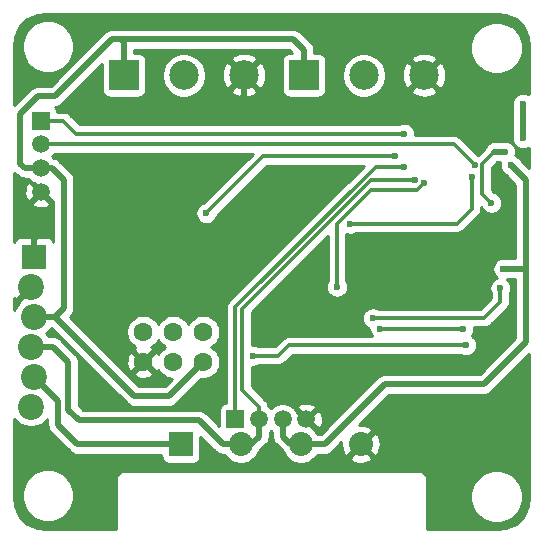
<source format=gbr>
%TF.GenerationSoftware,KiCad,Pcbnew,(5.1.10)-1*%
%TF.CreationDate,2021-07-19T16:15:12+01:00*%
%TF.ProjectId,WindSensorATMEGA328_PCB,57696e64-5365-46e7-936f-7241544d4547,rev?*%
%TF.SameCoordinates,PX5734380PY7df6180*%
%TF.FileFunction,Copper,L2,Bot*%
%TF.FilePolarity,Positive*%
%FSLAX46Y46*%
G04 Gerber Fmt 4.6, Leading zero omitted, Abs format (unit mm)*
G04 Created by KiCad (PCBNEW (5.1.10)-1) date 2021-07-19 16:15:12*
%MOMM*%
%LPD*%
G01*
G04 APERTURE LIST*
%TA.AperFunction,ComponentPad*%
%ADD10R,2.100580X2.100580*%
%TD*%
%TA.AperFunction,ComponentPad*%
%ADD11C,2.199640*%
%TD*%
%TA.AperFunction,ComponentPad*%
%ADD12C,1.500000*%
%TD*%
%TA.AperFunction,ComponentPad*%
%ADD13R,1.500000X1.500000*%
%TD*%
%TA.AperFunction,ComponentPad*%
%ADD14R,2.032000X2.032000*%
%TD*%
%TA.AperFunction,ComponentPad*%
%ADD15C,2.032000*%
%TD*%
%TA.AperFunction,ComponentPad*%
%ADD16C,2.499360*%
%TD*%
%TA.AperFunction,ComponentPad*%
%ADD17R,2.499360X2.499360*%
%TD*%
%TA.AperFunction,ComponentPad*%
%ADD18C,1.600200*%
%TD*%
%TA.AperFunction,ViaPad*%
%ADD19C,0.600000*%
%TD*%
%TA.AperFunction,Conductor*%
%ADD20C,0.300000*%
%TD*%
%TA.AperFunction,Conductor*%
%ADD21C,0.500000*%
%TD*%
%TA.AperFunction,Conductor*%
%ADD22C,0.254000*%
%TD*%
%TA.AperFunction,Conductor*%
%ADD23C,0.100000*%
%TD*%
G04 APERTURE END LIST*
D10*
%TO.P,P9,1*%
%TO.N,GND*%
X37084000Y21590000D03*
D11*
%TO.P,P9,2*%
X36830000Y19050000D03*
%TO.P,P9,3*%
%TO.N,VCC*%
X37084000Y16510000D03*
%TO.P,P9,4*%
%TO.N,/Rx*%
X36830000Y13970000D03*
%TO.P,P9,5*%
%TO.N,/Tx*%
X37084000Y11430000D03*
%TO.P,P9,6*%
%TO.N,/ATMega328/DTR*%
X36830000Y8890000D03*
%TD*%
D12*
%TO.P,P10,4*%
%TO.N,GND*%
X37671000Y27099000D03*
%TO.P,P10,3*%
%TO.N,VCC*%
X37671000Y29099000D03*
%TO.P,P10,2*%
%TO.N,/I2C_SDA*%
X37671000Y31099000D03*
D13*
%TO.P,P10,1*%
%TO.N,/I2C_CLK*%
X37671000Y33099000D03*
%TD*%
D14*
%TO.P,P2,1*%
%TO.N,/Tx*%
X49530000Y5715000D03*
D15*
%TO.P,P2,2*%
%TO.N,/Rx*%
X54610000Y5715000D03*
%TO.P,P2,3*%
%TO.N,VCC*%
X59690000Y5715000D03*
%TO.P,P2,4*%
%TO.N,GND*%
X64770000Y5715000D03*
D13*
%TO.P,P2,1*%
%TO.N,/Tx*%
X54150000Y7826000D03*
D12*
%TO.P,P2,2*%
%TO.N,/Rx*%
X56150000Y7826000D03*
%TO.P,P2,3*%
%TO.N,VCC*%
X58150000Y7826000D03*
%TO.P,P2,4*%
%TO.N,GND*%
X60150000Y7826000D03*
%TD*%
D16*
%TO.P,P11,2*%
%TO.N,/Hall_to_Freq/WIND_A_SIG*%
X49784000Y36957000D03*
D17*
%TO.P,P11,1*%
%TO.N,VCC*%
X44704000Y36957000D03*
D16*
%TO.P,P11,3*%
%TO.N,GND*%
X54864000Y36957000D03*
%TD*%
%TO.P,P8,3*%
%TO.N,GND*%
X70104000Y36957000D03*
D17*
%TO.P,P8,1*%
%TO.N,VCC*%
X59944000Y36957000D03*
D16*
%TO.P,P8,2*%
%TO.N,/Wind_Vane/WIND_V_SIG*%
X65024000Y36957000D03*
%TD*%
D18*
%TO.P,P4,5*%
%TO.N,/ATMega328/RESET*%
X46355000Y15240000D03*
%TO.P,P4,6*%
%TO.N,GND*%
X46355000Y12700000D03*
%TO.P,P4,3*%
%TO.N,/ATMega328/SCLK*%
X48895000Y15240000D03*
%TO.P,P4,4*%
%TO.N,/ATMega328/MOSI*%
X48895000Y12700000D03*
%TO.P,P4,1*%
%TO.N,/ATMega328/MISO*%
X51435000Y15240000D03*
%TO.P,P4,2*%
%TO.N,VCC*%
X51435000Y12700000D03*
%TD*%
D19*
%TO.N,GND*%
X55240000Y26040000D03*
X57267000Y28067000D03*
X64516000Y28829000D03*
X48387000Y34798000D03*
X74803000Y17907000D03*
X77216000Y26797000D03*
X48895000Y19812000D03*
X54483000Y19050000D03*
%TO.N,VCC*%
X76835000Y20574000D03*
X78740000Y20574000D03*
X77470000Y29337000D03*
%TO.N,/ATMega328/RESET*%
X62738000Y19050000D03*
X70115792Y27863903D03*
%TO.N,/Rx*%
X69342000Y28067000D03*
%TO.N,/Tx*%
X68453000Y29210000D03*
%TO.N,/I2C_SDA*%
X74407000Y29337000D03*
%TO.N,/I2C_CLK*%
X68453000Y32004000D03*
%TO.N,/ATMega328/A0*%
X76962000Y30480000D03*
X75819000Y26162000D03*
%TO.N,/ATMega328/SCLK*%
X76581000Y18923000D03*
X65778899Y16390101D03*
%TO.N,/ATMega328/MOSI*%
X73660000Y14097000D03*
X55626000Y13208000D03*
%TO.N,/ATMega328/MISO*%
X66421000Y15494000D03*
X73406000Y15494000D03*
%TO.N,/ATMega328/A2*%
X78471000Y31623000D03*
X78486000Y34544000D03*
%TO.N,/WIND_FREQ*%
X51689000Y25273000D03*
X67691000Y30099000D03*
%TO.N,/WIND_VANE*%
X74168000Y28321000D03*
X63881000Y24399000D03*
%TD*%
D20*
%TO.N,GND*%
X55240000Y26040000D02*
X57267000Y28067000D01*
X57267000Y28067000D02*
X63754000Y28067000D01*
X63754000Y28067000D02*
X64516000Y28829000D01*
D21*
X54483000Y34798000D02*
X54864000Y35179000D01*
X54864000Y35179000D02*
X54864000Y36957000D01*
X48387000Y34798000D02*
X54483000Y34798000D01*
D20*
X74803000Y17907000D02*
X74803000Y20574000D01*
X74803000Y20574000D02*
X77216000Y22987000D01*
X77216000Y22987000D02*
X77216000Y26797000D01*
X48895000Y19812000D02*
X49657000Y19050000D01*
X49657000Y19050000D02*
X54483000Y19050000D01*
D21*
%TO.N,VCC*%
X76835000Y20574000D02*
X78740000Y20574000D01*
X59690000Y5715000D02*
X61722000Y5715000D01*
X61722000Y5715000D02*
X66802000Y10795000D01*
X66802000Y10795000D02*
X75184000Y10795000D01*
X75184000Y10795000D02*
X78740000Y14351000D01*
X78740000Y14351000D02*
X78740000Y20955000D01*
X78740000Y20574000D02*
X78740000Y20955000D01*
X59690000Y5715000D02*
X58801000Y5715000D01*
X58150000Y6366000D02*
X58150000Y7826000D01*
X58801000Y5715000D02*
X58150000Y6366000D01*
X44704000Y36957000D02*
X44704000Y38735000D01*
X59944000Y39116000D02*
X59944000Y36957000D01*
X59055000Y40005000D02*
X59944000Y39116000D01*
X37671000Y29099000D02*
X36306000Y29099000D01*
X36306000Y29099000D02*
X35941000Y29464000D01*
X35941000Y33679002D02*
X37440998Y35179000D01*
X35941000Y29464000D02*
X35941000Y33679002D01*
X37440998Y35179000D02*
X38862000Y35179000D01*
X38862000Y35179000D02*
X43688000Y40005000D01*
X47625000Y40005000D02*
X59055000Y40005000D01*
X45974000Y40005000D02*
X47625000Y40005000D01*
X44704000Y39751000D02*
X44450000Y40005000D01*
X44704000Y36957000D02*
X44704000Y39751000D01*
X44450000Y40005000D02*
X47625000Y40005000D01*
X43688000Y40005000D02*
X44450000Y40005000D01*
X38862000Y16510000D02*
X39624000Y17272000D01*
X39624000Y28067000D02*
X38592000Y29099000D01*
X38592000Y29099000D02*
X37671000Y29099000D01*
X39624000Y17272000D02*
X39624000Y28067000D01*
X51435000Y12700000D02*
X48514000Y9779000D01*
X45593000Y9779000D02*
X38862000Y16510000D01*
X48514000Y9779000D02*
X45593000Y9779000D01*
X37084000Y16510000D02*
X38862000Y16510000D01*
X78740000Y28067000D02*
X78740000Y27813000D01*
X77470000Y29337000D02*
X78740000Y28067000D01*
X78740000Y20955000D02*
X78740000Y27813000D01*
D20*
%TO.N,/ATMega328/RESET*%
X70112697Y27866998D02*
X70115792Y27863903D01*
X70104000Y27866998D02*
X70112697Y27866998D01*
X69505501Y27268499D02*
X70104000Y27866998D01*
X65622499Y27268499D02*
X69505501Y27268499D01*
X62738000Y24384000D02*
X65622499Y27268499D01*
X62738000Y19050000D02*
X62738000Y24384000D01*
D21*
%TO.N,/Rx*%
X54610000Y5715000D02*
X55499000Y5715000D01*
X56150000Y6366000D02*
X56150000Y7826000D01*
X55499000Y5715000D02*
X56150000Y6366000D01*
X54610000Y5715000D02*
X53086000Y5715000D01*
X53086000Y5715000D02*
X51054000Y7747000D01*
X51054000Y7747000D02*
X40894000Y7747000D01*
X40894000Y7747000D02*
X40005000Y8636000D01*
X40005000Y8636000D02*
X40005000Y12700000D01*
X38735000Y13970000D02*
X36830000Y13970000D01*
X40005000Y12700000D02*
X38735000Y13970000D01*
D20*
X56150000Y7826000D02*
X56150000Y8874000D01*
X56150000Y8874000D02*
X54737000Y10287000D01*
X54737000Y13843000D02*
X54737000Y17199880D01*
X54737000Y10287000D02*
X54737000Y13843000D01*
X54737000Y13843000D02*
X54737000Y14732000D01*
X54737000Y17199880D02*
X65604120Y28067000D01*
X65604120Y28067000D02*
X69342000Y28067000D01*
D21*
%TO.N,/Tx*%
X49530000Y5715000D02*
X40767000Y5715000D01*
X40767000Y5715000D02*
X39116000Y7366000D01*
X39116000Y9398000D02*
X37084000Y11430000D01*
X39116000Y7366000D02*
X39116000Y9398000D01*
D20*
X54150000Y7826000D02*
X54150000Y17320000D01*
X54150000Y17320000D02*
X66040000Y29210000D01*
X66040000Y29210000D02*
X68453000Y29210000D01*
%TO.N,/I2C_SDA*%
X37671000Y31099000D02*
X72660000Y31099000D01*
X74407000Y29352000D02*
X74407000Y29337000D01*
X72660000Y31099000D02*
X74407000Y29352000D01*
%TO.N,/I2C_CLK*%
X37671000Y33099000D02*
X39576000Y33099000D01*
X39576000Y33099000D02*
X40671000Y32004000D01*
X40671000Y32004000D02*
X68453000Y32004000D01*
D21*
%TO.N,/ATMega328/A0*%
X76962000Y30480000D02*
X76073000Y30480000D01*
D20*
X76073000Y30480000D02*
X75057000Y29464000D01*
X75057000Y29464000D02*
X75057000Y26924000D01*
X75057000Y26924000D02*
X75819000Y26162000D01*
%TO.N,/ATMega328/SCLK*%
X76581000Y19050000D02*
X76581000Y18923000D01*
X65778899Y16390101D02*
X75191101Y16390101D01*
X76581000Y17780000D02*
X76581000Y18923000D01*
X75191101Y16390101D02*
X76581000Y17780000D01*
%TO.N,/ATMega328/MOSI*%
X73660000Y14097000D02*
X58674000Y14097000D01*
X57785000Y13208000D02*
X55626000Y13208000D01*
X58674000Y14097000D02*
X57785000Y13208000D01*
%TO.N,/ATMega328/MISO*%
X66421000Y15494000D02*
X73406000Y15494000D01*
D21*
%TO.N,/ATMega328/A2*%
X78471000Y31623000D02*
X78471000Y34529000D01*
X78471000Y34529000D02*
X78486000Y34544000D01*
D20*
%TO.N,/WIND_FREQ*%
X51689000Y25273000D02*
X56515000Y30099000D01*
X56515000Y30099000D02*
X67691000Y30099000D01*
%TO.N,/WIND_VANE*%
X74168000Y25654000D02*
X74168000Y28321000D01*
X72898000Y24384000D02*
X74168000Y25654000D01*
X72898000Y24384000D02*
X63881000Y24384000D01*
X63881000Y24384000D02*
X63881000Y24399000D01*
%TD*%
D22*
%TO.N,GND*%
X78963900Y1035181D02*
X78950388Y766107D01*
X78913502Y522917D01*
X78853529Y288872D01*
X78771834Y64680D01*
X78669557Y-148287D01*
X78547692Y-349291D01*
X78407515Y-536974D01*
X78250082Y-710180D01*
X78076869Y-867619D01*
X77889269Y-1007734D01*
X77688192Y-1129565D01*
X77475131Y-1231966D01*
X77251131Y-1313591D01*
X77016986Y-1373512D01*
X76773783Y-1410477D01*
X76504827Y-1423900D01*
X70334000Y-1423900D01*
X70334000Y1488128D01*
X74036000Y1488128D01*
X74036000Y1047872D01*
X74121890Y616075D01*
X74290369Y209331D01*
X74534962Y-156729D01*
X74846271Y-468038D01*
X75212331Y-712631D01*
X75619075Y-881110D01*
X76050872Y-967000D01*
X76491128Y-967000D01*
X76922925Y-881110D01*
X77329669Y-712631D01*
X77695729Y-468038D01*
X78007038Y-156729D01*
X78251631Y209331D01*
X78420110Y616075D01*
X78506000Y1047872D01*
X78506000Y1488128D01*
X78420110Y1919925D01*
X78251631Y2326669D01*
X78007038Y2692729D01*
X77695729Y3004038D01*
X77329669Y3248631D01*
X76922925Y3417110D01*
X76491128Y3503000D01*
X76050872Y3503000D01*
X75619075Y3417110D01*
X75212331Y3248631D01*
X74846271Y3004038D01*
X74534962Y2692729D01*
X74290369Y2326669D01*
X74121890Y1919925D01*
X74036000Y1488128D01*
X70334000Y1488128D01*
X70334000Y2757353D01*
X70337314Y2791000D01*
X70324088Y2925283D01*
X70284919Y3054406D01*
X70221312Y3173407D01*
X70135711Y3277711D01*
X70031407Y3363312D01*
X69912406Y3426919D01*
X69783283Y3466088D01*
X69682647Y3476000D01*
X69649000Y3479314D01*
X69615353Y3476000D01*
X44782847Y3476000D01*
X44749200Y3479314D01*
X44715553Y3476000D01*
X44614917Y3466088D01*
X44485794Y3426919D01*
X44366793Y3363312D01*
X44262489Y3277711D01*
X44176888Y3173407D01*
X44113281Y3054406D01*
X44074112Y2925283D01*
X44060886Y2791000D01*
X44064201Y2757343D01*
X44064200Y-1423900D01*
X37893273Y-1423900D01*
X37624317Y-1410478D01*
X37381113Y-1373512D01*
X37146971Y-1313592D01*
X36922923Y-1231950D01*
X36709772Y-1129544D01*
X36508671Y-1007697D01*
X36320912Y-867522D01*
X36147731Y-710183D01*
X35990374Y-536973D01*
X35850056Y-349205D01*
X35728194Y-148207D01*
X35625790Y64861D01*
X35544081Y288877D01*
X35484214Y522809D01*
X35447312Y766107D01*
X35433800Y1035182D01*
X35433800Y1588128D01*
X36036000Y1588128D01*
X36036000Y1147872D01*
X36121890Y716075D01*
X36290369Y309331D01*
X36534962Y-56729D01*
X36846271Y-368038D01*
X37212331Y-612631D01*
X37619075Y-781110D01*
X38050872Y-867000D01*
X38491128Y-867000D01*
X38922925Y-781110D01*
X39329669Y-612631D01*
X39695729Y-368038D01*
X40007038Y-56729D01*
X40251631Y309331D01*
X40420110Y716075D01*
X40506000Y1147872D01*
X40506000Y1588128D01*
X40420110Y2019925D01*
X40251631Y2426669D01*
X40007038Y2792729D01*
X39695729Y3104038D01*
X39329669Y3348631D01*
X38922925Y3517110D01*
X38491128Y3603000D01*
X38050872Y3603000D01*
X37619075Y3517110D01*
X37212331Y3348631D01*
X36846271Y3104038D01*
X36534962Y2792729D01*
X36290369Y2426669D01*
X36121890Y2019925D01*
X36036000Y1588128D01*
X35433800Y1588128D01*
X35433800Y7856968D01*
X35482477Y7784117D01*
X35724117Y7542477D01*
X36008255Y7352623D01*
X36323972Y7221848D01*
X36659135Y7155180D01*
X37000865Y7155180D01*
X37336028Y7221848D01*
X37651745Y7352623D01*
X37935883Y7542477D01*
X38177523Y7784117D01*
X38231000Y7864152D01*
X38231000Y7409469D01*
X38226719Y7366000D01*
X38231000Y7322531D01*
X38231000Y7322524D01*
X38239306Y7238195D01*
X38243805Y7192510D01*
X38250592Y7170138D01*
X38294411Y7025688D01*
X38376589Y6871942D01*
X38487183Y6737183D01*
X38520956Y6709466D01*
X40110470Y5119951D01*
X40138183Y5086183D01*
X40171951Y5058470D01*
X40171953Y5058468D01*
X40272941Y4975589D01*
X40426686Y4893411D01*
X40584698Y4845478D01*
X40593510Y4842805D01*
X40723523Y4830000D01*
X40723531Y4830000D01*
X40767000Y4825719D01*
X40810469Y4830000D01*
X47875928Y4830000D01*
X47875928Y4699000D01*
X47888188Y4574518D01*
X47924498Y4454820D01*
X47983463Y4344506D01*
X48062815Y4247815D01*
X48159506Y4168463D01*
X48269820Y4109498D01*
X48389518Y4073188D01*
X48514000Y4060928D01*
X50546000Y4060928D01*
X50670482Y4073188D01*
X50790180Y4109498D01*
X50900494Y4168463D01*
X50997185Y4247815D01*
X51076537Y4344506D01*
X51135502Y4454820D01*
X51171812Y4574518D01*
X51184072Y4699000D01*
X51184072Y6365350D01*
X52429470Y5119951D01*
X52457183Y5086183D01*
X52490951Y5058470D01*
X52490953Y5058468D01*
X52533769Y5023330D01*
X52591941Y4975589D01*
X52745687Y4893411D01*
X52861903Y4858157D01*
X52912509Y4842805D01*
X52927306Y4841348D01*
X53042523Y4830000D01*
X53042531Y4830000D01*
X53086000Y4825719D01*
X53129469Y4830000D01*
X53215698Y4830000D01*
X53327585Y4662549D01*
X53557549Y4432585D01*
X53827958Y4251903D01*
X54128421Y4127447D01*
X54447391Y4064000D01*
X54772609Y4064000D01*
X55091579Y4127447D01*
X55392042Y4251903D01*
X55662451Y4432585D01*
X55892415Y4662549D01*
X56073097Y4932958D01*
X56145480Y5107705D01*
X56155534Y5119956D01*
X56745050Y5709471D01*
X56778817Y5737183D01*
X56806533Y5770954D01*
X56889410Y5871940D01*
X56889411Y5871941D01*
X56971589Y6025687D01*
X57022195Y6192510D01*
X57035000Y6322523D01*
X57035000Y6322533D01*
X57039281Y6365999D01*
X57035000Y6409466D01*
X57035000Y6752315D01*
X57150000Y6867315D01*
X57265000Y6752315D01*
X57265000Y6409470D01*
X57260719Y6366000D01*
X57265000Y6322531D01*
X57265000Y6322524D01*
X57267989Y6292179D01*
X57277805Y6192510D01*
X57293157Y6141904D01*
X57328411Y6025688D01*
X57410589Y5871942D01*
X57521183Y5737183D01*
X57554956Y5709466D01*
X58144470Y5119951D01*
X58154520Y5107705D01*
X58226903Y4932958D01*
X58407585Y4662549D01*
X58637549Y4432585D01*
X58907958Y4251903D01*
X59208421Y4127447D01*
X59527391Y4064000D01*
X59852609Y4064000D01*
X60171579Y4127447D01*
X60472042Y4251903D01*
X60742451Y4432585D01*
X60878043Y4568177D01*
X63802782Y4568177D01*
X63900478Y4302140D01*
X64192821Y4159652D01*
X64507344Y4076936D01*
X64831962Y4057169D01*
X65154198Y4101112D01*
X65461670Y4207076D01*
X65639522Y4302140D01*
X65737218Y4568177D01*
X64770000Y5535395D01*
X63802782Y4568177D01*
X60878043Y4568177D01*
X60972415Y4662549D01*
X61084302Y4830000D01*
X61678531Y4830000D01*
X61722000Y4825719D01*
X61765469Y4830000D01*
X61765477Y4830000D01*
X61895490Y4842805D01*
X62062313Y4893411D01*
X62216059Y4975589D01*
X62350817Y5086183D01*
X62378534Y5119956D01*
X63125173Y5866595D01*
X63112169Y5653038D01*
X63156112Y5330802D01*
X63262076Y5023330D01*
X63357140Y4845478D01*
X63623177Y4747782D01*
X64590395Y5715000D01*
X64949605Y5715000D01*
X65916823Y4747782D01*
X66182860Y4845478D01*
X66325348Y5137821D01*
X66408064Y5452344D01*
X66427831Y5776962D01*
X66383888Y6099198D01*
X66277924Y6406670D01*
X66182860Y6584522D01*
X65916823Y6682218D01*
X64949605Y5715000D01*
X64590395Y5715000D01*
X64576253Y5729142D01*
X64755858Y5908747D01*
X64770000Y5894605D01*
X65737218Y6861823D01*
X65639522Y7127860D01*
X65347179Y7270348D01*
X65032656Y7353064D01*
X64708038Y7372831D01*
X64619310Y7360731D01*
X67168579Y9910000D01*
X75140531Y9910000D01*
X75184000Y9905719D01*
X75227469Y9910000D01*
X75227477Y9910000D01*
X75357490Y9922805D01*
X75524313Y9973411D01*
X75678059Y10055589D01*
X75812817Y10166183D01*
X75840534Y10199956D01*
X78963900Y13323321D01*
X78963900Y1035181D01*
%TA.AperFunction,Conductor*%
D23*
G36*
X78963900Y1035181D02*
G01*
X78950388Y766107D01*
X78913502Y522917D01*
X78853529Y288872D01*
X78771834Y64680D01*
X78669557Y-148287D01*
X78547692Y-349291D01*
X78407515Y-536974D01*
X78250082Y-710180D01*
X78076869Y-867619D01*
X77889269Y-1007734D01*
X77688192Y-1129565D01*
X77475131Y-1231966D01*
X77251131Y-1313591D01*
X77016986Y-1373512D01*
X76773783Y-1410477D01*
X76504827Y-1423900D01*
X70334000Y-1423900D01*
X70334000Y1488128D01*
X74036000Y1488128D01*
X74036000Y1047872D01*
X74121890Y616075D01*
X74290369Y209331D01*
X74534962Y-156729D01*
X74846271Y-468038D01*
X75212331Y-712631D01*
X75619075Y-881110D01*
X76050872Y-967000D01*
X76491128Y-967000D01*
X76922925Y-881110D01*
X77329669Y-712631D01*
X77695729Y-468038D01*
X78007038Y-156729D01*
X78251631Y209331D01*
X78420110Y616075D01*
X78506000Y1047872D01*
X78506000Y1488128D01*
X78420110Y1919925D01*
X78251631Y2326669D01*
X78007038Y2692729D01*
X77695729Y3004038D01*
X77329669Y3248631D01*
X76922925Y3417110D01*
X76491128Y3503000D01*
X76050872Y3503000D01*
X75619075Y3417110D01*
X75212331Y3248631D01*
X74846271Y3004038D01*
X74534962Y2692729D01*
X74290369Y2326669D01*
X74121890Y1919925D01*
X74036000Y1488128D01*
X70334000Y1488128D01*
X70334000Y2757353D01*
X70337314Y2791000D01*
X70324088Y2925283D01*
X70284919Y3054406D01*
X70221312Y3173407D01*
X70135711Y3277711D01*
X70031407Y3363312D01*
X69912406Y3426919D01*
X69783283Y3466088D01*
X69682647Y3476000D01*
X69649000Y3479314D01*
X69615353Y3476000D01*
X44782847Y3476000D01*
X44749200Y3479314D01*
X44715553Y3476000D01*
X44614917Y3466088D01*
X44485794Y3426919D01*
X44366793Y3363312D01*
X44262489Y3277711D01*
X44176888Y3173407D01*
X44113281Y3054406D01*
X44074112Y2925283D01*
X44060886Y2791000D01*
X44064201Y2757343D01*
X44064200Y-1423900D01*
X37893273Y-1423900D01*
X37624317Y-1410478D01*
X37381113Y-1373512D01*
X37146971Y-1313592D01*
X36922923Y-1231950D01*
X36709772Y-1129544D01*
X36508671Y-1007697D01*
X36320912Y-867522D01*
X36147731Y-710183D01*
X35990374Y-536973D01*
X35850056Y-349205D01*
X35728194Y-148207D01*
X35625790Y64861D01*
X35544081Y288877D01*
X35484214Y522809D01*
X35447312Y766107D01*
X35433800Y1035182D01*
X35433800Y1588128D01*
X36036000Y1588128D01*
X36036000Y1147872D01*
X36121890Y716075D01*
X36290369Y309331D01*
X36534962Y-56729D01*
X36846271Y-368038D01*
X37212331Y-612631D01*
X37619075Y-781110D01*
X38050872Y-867000D01*
X38491128Y-867000D01*
X38922925Y-781110D01*
X39329669Y-612631D01*
X39695729Y-368038D01*
X40007038Y-56729D01*
X40251631Y309331D01*
X40420110Y716075D01*
X40506000Y1147872D01*
X40506000Y1588128D01*
X40420110Y2019925D01*
X40251631Y2426669D01*
X40007038Y2792729D01*
X39695729Y3104038D01*
X39329669Y3348631D01*
X38922925Y3517110D01*
X38491128Y3603000D01*
X38050872Y3603000D01*
X37619075Y3517110D01*
X37212331Y3348631D01*
X36846271Y3104038D01*
X36534962Y2792729D01*
X36290369Y2426669D01*
X36121890Y2019925D01*
X36036000Y1588128D01*
X35433800Y1588128D01*
X35433800Y7856968D01*
X35482477Y7784117D01*
X35724117Y7542477D01*
X36008255Y7352623D01*
X36323972Y7221848D01*
X36659135Y7155180D01*
X37000865Y7155180D01*
X37336028Y7221848D01*
X37651745Y7352623D01*
X37935883Y7542477D01*
X38177523Y7784117D01*
X38231000Y7864152D01*
X38231000Y7409469D01*
X38226719Y7366000D01*
X38231000Y7322531D01*
X38231000Y7322524D01*
X38239306Y7238195D01*
X38243805Y7192510D01*
X38250592Y7170138D01*
X38294411Y7025688D01*
X38376589Y6871942D01*
X38487183Y6737183D01*
X38520956Y6709466D01*
X40110470Y5119951D01*
X40138183Y5086183D01*
X40171951Y5058470D01*
X40171953Y5058468D01*
X40272941Y4975589D01*
X40426686Y4893411D01*
X40584698Y4845478D01*
X40593510Y4842805D01*
X40723523Y4830000D01*
X40723531Y4830000D01*
X40767000Y4825719D01*
X40810469Y4830000D01*
X47875928Y4830000D01*
X47875928Y4699000D01*
X47888188Y4574518D01*
X47924498Y4454820D01*
X47983463Y4344506D01*
X48062815Y4247815D01*
X48159506Y4168463D01*
X48269820Y4109498D01*
X48389518Y4073188D01*
X48514000Y4060928D01*
X50546000Y4060928D01*
X50670482Y4073188D01*
X50790180Y4109498D01*
X50900494Y4168463D01*
X50997185Y4247815D01*
X51076537Y4344506D01*
X51135502Y4454820D01*
X51171812Y4574518D01*
X51184072Y4699000D01*
X51184072Y6365350D01*
X52429470Y5119951D01*
X52457183Y5086183D01*
X52490951Y5058470D01*
X52490953Y5058468D01*
X52533769Y5023330D01*
X52591941Y4975589D01*
X52745687Y4893411D01*
X52861903Y4858157D01*
X52912509Y4842805D01*
X52927306Y4841348D01*
X53042523Y4830000D01*
X53042531Y4830000D01*
X53086000Y4825719D01*
X53129469Y4830000D01*
X53215698Y4830000D01*
X53327585Y4662549D01*
X53557549Y4432585D01*
X53827958Y4251903D01*
X54128421Y4127447D01*
X54447391Y4064000D01*
X54772609Y4064000D01*
X55091579Y4127447D01*
X55392042Y4251903D01*
X55662451Y4432585D01*
X55892415Y4662549D01*
X56073097Y4932958D01*
X56145480Y5107705D01*
X56155534Y5119956D01*
X56745050Y5709471D01*
X56778817Y5737183D01*
X56806533Y5770954D01*
X56889410Y5871940D01*
X56889411Y5871941D01*
X56971589Y6025687D01*
X57022195Y6192510D01*
X57035000Y6322523D01*
X57035000Y6322533D01*
X57039281Y6365999D01*
X57035000Y6409466D01*
X57035000Y6752315D01*
X57150000Y6867315D01*
X57265000Y6752315D01*
X57265000Y6409470D01*
X57260719Y6366000D01*
X57265000Y6322531D01*
X57265000Y6322524D01*
X57267989Y6292179D01*
X57277805Y6192510D01*
X57293157Y6141904D01*
X57328411Y6025688D01*
X57410589Y5871942D01*
X57521183Y5737183D01*
X57554956Y5709466D01*
X58144470Y5119951D01*
X58154520Y5107705D01*
X58226903Y4932958D01*
X58407585Y4662549D01*
X58637549Y4432585D01*
X58907958Y4251903D01*
X59208421Y4127447D01*
X59527391Y4064000D01*
X59852609Y4064000D01*
X60171579Y4127447D01*
X60472042Y4251903D01*
X60742451Y4432585D01*
X60878043Y4568177D01*
X63802782Y4568177D01*
X63900478Y4302140D01*
X64192821Y4159652D01*
X64507344Y4076936D01*
X64831962Y4057169D01*
X65154198Y4101112D01*
X65461670Y4207076D01*
X65639522Y4302140D01*
X65737218Y4568177D01*
X64770000Y5535395D01*
X63802782Y4568177D01*
X60878043Y4568177D01*
X60972415Y4662549D01*
X61084302Y4830000D01*
X61678531Y4830000D01*
X61722000Y4825719D01*
X61765469Y4830000D01*
X61765477Y4830000D01*
X61895490Y4842805D01*
X62062313Y4893411D01*
X62216059Y4975589D01*
X62350817Y5086183D01*
X62378534Y5119956D01*
X63125173Y5866595D01*
X63112169Y5653038D01*
X63156112Y5330802D01*
X63262076Y5023330D01*
X63357140Y4845478D01*
X63623177Y4747782D01*
X64590395Y5715000D01*
X64949605Y5715000D01*
X65916823Y4747782D01*
X66182860Y4845478D01*
X66325348Y5137821D01*
X66408064Y5452344D01*
X66427831Y5776962D01*
X66383888Y6099198D01*
X66277924Y6406670D01*
X66182860Y6584522D01*
X65916823Y6682218D01*
X64949605Y5715000D01*
X64590395Y5715000D01*
X64576253Y5729142D01*
X64755858Y5908747D01*
X64770000Y5894605D01*
X65737218Y6861823D01*
X65639522Y7127860D01*
X65347179Y7270348D01*
X65032656Y7353064D01*
X64708038Y7372831D01*
X64619310Y7360731D01*
X67168579Y9910000D01*
X75140531Y9910000D01*
X75184000Y9905719D01*
X75227469Y9910000D01*
X75227477Y9910000D01*
X75357490Y9922805D01*
X75524313Y9973411D01*
X75678059Y10055589D01*
X75812817Y10166183D01*
X75840534Y10199956D01*
X78963900Y13323321D01*
X78963900Y1035181D01*
G37*
%TD.AperFunction*%
D22*
X77855000Y14717579D02*
X74817422Y11680000D01*
X66845469Y11680000D01*
X66802000Y11684281D01*
X66758531Y11680000D01*
X66758523Y11680000D01*
X66628510Y11667195D01*
X66461687Y11616589D01*
X66403121Y11585285D01*
X66307941Y11534411D01*
X66206953Y11451532D01*
X66206951Y11451530D01*
X66173183Y11423817D01*
X66145470Y11390049D01*
X61355422Y6600000D01*
X61084302Y6600000D01*
X60972415Y6767451D01*
X60915219Y6824647D01*
X60927388Y6869007D01*
X60150000Y7646395D01*
X60135858Y7632252D01*
X59956253Y7811857D01*
X59970395Y7826000D01*
X60329605Y7826000D01*
X61106993Y7048612D01*
X61345860Y7114137D01*
X61461760Y7361116D01*
X61527250Y7625960D01*
X61539812Y7898492D01*
X61498965Y8168238D01*
X61406277Y8424832D01*
X61345860Y8537863D01*
X61106993Y8603388D01*
X60329605Y7826000D01*
X59970395Y7826000D01*
X59421932Y8374463D01*
X59377371Y8482043D01*
X59225799Y8708886D01*
X59151692Y8782993D01*
X59372612Y8782993D01*
X60150000Y8005605D01*
X60927388Y8782993D01*
X60861863Y9021860D01*
X60614884Y9137760D01*
X60350040Y9203250D01*
X60077508Y9215812D01*
X59807762Y9174965D01*
X59551168Y9082277D01*
X59438137Y9021860D01*
X59372612Y8782993D01*
X59151692Y8782993D01*
X59032886Y8901799D01*
X58806043Y9053371D01*
X58553989Y9157775D01*
X58286411Y9211000D01*
X58013589Y9211000D01*
X57746011Y9157775D01*
X57493957Y9053371D01*
X57267114Y8901799D01*
X57150000Y8784685D01*
X57032886Y8901799D01*
X56929239Y8971054D01*
X56928721Y8976313D01*
X56923642Y9027887D01*
X56878754Y9175860D01*
X56805862Y9312233D01*
X56707764Y9431764D01*
X56677810Y9456347D01*
X55522000Y10612157D01*
X55522000Y12275369D01*
X55533911Y12273000D01*
X55718089Y12273000D01*
X55898729Y12308932D01*
X56068889Y12379414D01*
X56134120Y12423000D01*
X57746447Y12423000D01*
X57785000Y12419203D01*
X57823553Y12423000D01*
X57823561Y12423000D01*
X57938887Y12434359D01*
X58086860Y12479246D01*
X58223233Y12552138D01*
X58342764Y12650236D01*
X58367347Y12680190D01*
X58999157Y13312000D01*
X73151880Y13312000D01*
X73217111Y13268414D01*
X73387271Y13197932D01*
X73567911Y13162000D01*
X73752089Y13162000D01*
X73932729Y13197932D01*
X74102889Y13268414D01*
X74256028Y13370738D01*
X74386262Y13500972D01*
X74488586Y13654111D01*
X74559068Y13824271D01*
X74595000Y14004911D01*
X74595000Y14189089D01*
X74559068Y14369729D01*
X74488586Y14539889D01*
X74386262Y14693028D01*
X74256028Y14823262D01*
X74135952Y14903494D01*
X74234586Y15051111D01*
X74305068Y15221271D01*
X74341000Y15401911D01*
X74341000Y15586089D01*
X74337218Y15605101D01*
X75152548Y15605101D01*
X75191101Y15601304D01*
X75229654Y15605101D01*
X75229662Y15605101D01*
X75344988Y15616460D01*
X75492961Y15661347D01*
X75629334Y15734239D01*
X75748865Y15832337D01*
X75773448Y15862291D01*
X77108817Y17197659D01*
X77138764Y17222236D01*
X77236862Y17341767D01*
X77309754Y17478140D01*
X77354641Y17626113D01*
X77366000Y17741439D01*
X77366000Y17741446D01*
X77369797Y17779999D01*
X77366000Y17818552D01*
X77366000Y18414880D01*
X77409586Y18480111D01*
X77480068Y18650271D01*
X77516000Y18830911D01*
X77516000Y19015089D01*
X77480068Y19195729D01*
X77409586Y19365889D01*
X77307262Y19519028D01*
X77177028Y19649262D01*
X77126792Y19682828D01*
X77141692Y19689000D01*
X77855001Y19689000D01*
X77855000Y14717579D01*
%TA.AperFunction,Conductor*%
D23*
G36*
X77855000Y14717579D02*
G01*
X74817422Y11680000D01*
X66845469Y11680000D01*
X66802000Y11684281D01*
X66758531Y11680000D01*
X66758523Y11680000D01*
X66628510Y11667195D01*
X66461687Y11616589D01*
X66403121Y11585285D01*
X66307941Y11534411D01*
X66206953Y11451532D01*
X66206951Y11451530D01*
X66173183Y11423817D01*
X66145470Y11390049D01*
X61355422Y6600000D01*
X61084302Y6600000D01*
X60972415Y6767451D01*
X60915219Y6824647D01*
X60927388Y6869007D01*
X60150000Y7646395D01*
X60135858Y7632252D01*
X59956253Y7811857D01*
X59970395Y7826000D01*
X60329605Y7826000D01*
X61106993Y7048612D01*
X61345860Y7114137D01*
X61461760Y7361116D01*
X61527250Y7625960D01*
X61539812Y7898492D01*
X61498965Y8168238D01*
X61406277Y8424832D01*
X61345860Y8537863D01*
X61106993Y8603388D01*
X60329605Y7826000D01*
X59970395Y7826000D01*
X59421932Y8374463D01*
X59377371Y8482043D01*
X59225799Y8708886D01*
X59151692Y8782993D01*
X59372612Y8782993D01*
X60150000Y8005605D01*
X60927388Y8782993D01*
X60861863Y9021860D01*
X60614884Y9137760D01*
X60350040Y9203250D01*
X60077508Y9215812D01*
X59807762Y9174965D01*
X59551168Y9082277D01*
X59438137Y9021860D01*
X59372612Y8782993D01*
X59151692Y8782993D01*
X59032886Y8901799D01*
X58806043Y9053371D01*
X58553989Y9157775D01*
X58286411Y9211000D01*
X58013589Y9211000D01*
X57746011Y9157775D01*
X57493957Y9053371D01*
X57267114Y8901799D01*
X57150000Y8784685D01*
X57032886Y8901799D01*
X56929239Y8971054D01*
X56928721Y8976313D01*
X56923642Y9027887D01*
X56878754Y9175860D01*
X56805862Y9312233D01*
X56707764Y9431764D01*
X56677810Y9456347D01*
X55522000Y10612157D01*
X55522000Y12275369D01*
X55533911Y12273000D01*
X55718089Y12273000D01*
X55898729Y12308932D01*
X56068889Y12379414D01*
X56134120Y12423000D01*
X57746447Y12423000D01*
X57785000Y12419203D01*
X57823553Y12423000D01*
X57823561Y12423000D01*
X57938887Y12434359D01*
X58086860Y12479246D01*
X58223233Y12552138D01*
X58342764Y12650236D01*
X58367347Y12680190D01*
X58999157Y13312000D01*
X73151880Y13312000D01*
X73217111Y13268414D01*
X73387271Y13197932D01*
X73567911Y13162000D01*
X73752089Y13162000D01*
X73932729Y13197932D01*
X74102889Y13268414D01*
X74256028Y13370738D01*
X74386262Y13500972D01*
X74488586Y13654111D01*
X74559068Y13824271D01*
X74595000Y14004911D01*
X74595000Y14189089D01*
X74559068Y14369729D01*
X74488586Y14539889D01*
X74386262Y14693028D01*
X74256028Y14823262D01*
X74135952Y14903494D01*
X74234586Y15051111D01*
X74305068Y15221271D01*
X74341000Y15401911D01*
X74341000Y15586089D01*
X74337218Y15605101D01*
X75152548Y15605101D01*
X75191101Y15601304D01*
X75229654Y15605101D01*
X75229662Y15605101D01*
X75344988Y15616460D01*
X75492961Y15661347D01*
X75629334Y15734239D01*
X75748865Y15832337D01*
X75773448Y15862291D01*
X77108817Y17197659D01*
X77138764Y17222236D01*
X77236862Y17341767D01*
X77309754Y17478140D01*
X77354641Y17626113D01*
X77366000Y17741439D01*
X77366000Y17741446D01*
X77369797Y17779999D01*
X77366000Y17818552D01*
X77366000Y18414880D01*
X77409586Y18480111D01*
X77480068Y18650271D01*
X77516000Y18830911D01*
X77516000Y19015089D01*
X77480068Y19195729D01*
X77409586Y19365889D01*
X77307262Y19519028D01*
X77177028Y19649262D01*
X77126792Y19682828D01*
X77141692Y19689000D01*
X77855001Y19689000D01*
X77855000Y14717579D01*
G37*
%TD.AperFunction*%
D22*
X51493217Y26187374D02*
X51416271Y26172068D01*
X51246111Y26101586D01*
X51092972Y25999262D01*
X50962738Y25869028D01*
X50860414Y25715889D01*
X50789932Y25545729D01*
X50754000Y25365089D01*
X50754000Y25180911D01*
X50789932Y25000271D01*
X50860414Y24830111D01*
X50962738Y24676972D01*
X51092972Y24546738D01*
X51246111Y24444414D01*
X51416271Y24373932D01*
X51596911Y24338000D01*
X51781089Y24338000D01*
X51961729Y24373932D01*
X52131889Y24444414D01*
X52285028Y24546738D01*
X52415262Y24676972D01*
X52517586Y24830111D01*
X52588068Y25000271D01*
X52603374Y25077217D01*
X56840157Y29314000D01*
X65033842Y29314000D01*
X53622185Y17902342D01*
X53592237Y17877764D01*
X53567659Y17847816D01*
X53567655Y17847812D01*
X53534690Y17807644D01*
X53494139Y17758233D01*
X53485163Y17741440D01*
X53421246Y17621859D01*
X53376359Y17473886D01*
X53361203Y17320000D01*
X53365001Y17281437D01*
X53365000Y9210625D01*
X53275518Y9201812D01*
X53155820Y9165502D01*
X53045506Y9106537D01*
X52948815Y9027185D01*
X52869463Y8930494D01*
X52810498Y8820180D01*
X52774188Y8700482D01*
X52761928Y8576000D01*
X52761928Y7290651D01*
X51710534Y8342044D01*
X51682817Y8375817D01*
X51548059Y8486411D01*
X51394313Y8568589D01*
X51227490Y8619195D01*
X51097477Y8632000D01*
X51097469Y8632000D01*
X51054000Y8636281D01*
X51010531Y8632000D01*
X41260579Y8632000D01*
X40890000Y9002578D01*
X40890000Y12656535D01*
X40894281Y12700001D01*
X40890000Y12743467D01*
X40890000Y12743477D01*
X40877195Y12873490D01*
X40826589Y13040313D01*
X40744411Y13194059D01*
X40683389Y13268414D01*
X40661532Y13295047D01*
X40661530Y13295049D01*
X40633817Y13328817D01*
X40600049Y13356530D01*
X39391534Y14565044D01*
X39363817Y14598817D01*
X39229059Y14709411D01*
X39075313Y14791589D01*
X38908490Y14842195D01*
X38778477Y14855000D01*
X38778469Y14855000D01*
X38735000Y14859281D01*
X38691531Y14855000D01*
X38325112Y14855000D01*
X38177523Y15075883D01*
X38130564Y15122842D01*
X38189883Y15162477D01*
X38431523Y15404117D01*
X38545590Y15574832D01*
X44936470Y9183951D01*
X44964183Y9150183D01*
X44997951Y9122470D01*
X44997953Y9122468D01*
X45017365Y9106537D01*
X45098941Y9039589D01*
X45252687Y8957411D01*
X45419510Y8906805D01*
X45549523Y8894000D01*
X45549533Y8894000D01*
X45592999Y8889719D01*
X45636465Y8894000D01*
X48470531Y8894000D01*
X48514000Y8889719D01*
X48557469Y8894000D01*
X48557477Y8894000D01*
X48687490Y8906805D01*
X48854313Y8957411D01*
X49008059Y9039589D01*
X49142817Y9150183D01*
X49170534Y9183956D01*
X51258476Y11271897D01*
X51293655Y11264900D01*
X51576345Y11264900D01*
X51853603Y11320050D01*
X52114775Y11428231D01*
X52349823Y11585285D01*
X52549715Y11785177D01*
X52706769Y12020225D01*
X52814950Y12281397D01*
X52870100Y12558655D01*
X52870100Y12841345D01*
X52814950Y13118603D01*
X52706769Y13379775D01*
X52549715Y13614823D01*
X52349823Y13814715D01*
X52117422Y13970000D01*
X52349823Y14125285D01*
X52549715Y14325177D01*
X52706769Y14560225D01*
X52814950Y14821397D01*
X52870100Y15098655D01*
X52870100Y15381345D01*
X52814950Y15658603D01*
X52706769Y15919775D01*
X52549715Y16154823D01*
X52349823Y16354715D01*
X52114775Y16511769D01*
X51853603Y16619950D01*
X51576345Y16675100D01*
X51293655Y16675100D01*
X51016397Y16619950D01*
X50755225Y16511769D01*
X50520177Y16354715D01*
X50320285Y16154823D01*
X50165000Y15922422D01*
X50009715Y16154823D01*
X49809823Y16354715D01*
X49574775Y16511769D01*
X49313603Y16619950D01*
X49036345Y16675100D01*
X48753655Y16675100D01*
X48476397Y16619950D01*
X48215225Y16511769D01*
X47980177Y16354715D01*
X47780285Y16154823D01*
X47625000Y15922422D01*
X47469715Y16154823D01*
X47269823Y16354715D01*
X47034775Y16511769D01*
X46773603Y16619950D01*
X46496345Y16675100D01*
X46213655Y16675100D01*
X45936397Y16619950D01*
X45675225Y16511769D01*
X45440177Y16354715D01*
X45240285Y16154823D01*
X45083231Y15919775D01*
X44975050Y15658603D01*
X44919900Y15381345D01*
X44919900Y15098655D01*
X44975050Y14821397D01*
X45083231Y14560225D01*
X45240285Y14325177D01*
X45440177Y14125285D01*
X45673932Y13969095D01*
X45613426Y13936754D01*
X45541831Y13692774D01*
X46355000Y12879605D01*
X47168169Y13692774D01*
X47096574Y13936754D01*
X47032256Y13967188D01*
X47034775Y13968231D01*
X47269823Y14125285D01*
X47469715Y14325177D01*
X47625000Y14557578D01*
X47780285Y14325177D01*
X47980177Y14125285D01*
X48212578Y13970000D01*
X47980177Y13814715D01*
X47780285Y13614823D01*
X47624095Y13381068D01*
X47591754Y13441574D01*
X47347774Y13513169D01*
X46534605Y12700000D01*
X47347774Y11886831D01*
X47591754Y11958426D01*
X47622188Y12022744D01*
X47623231Y12020225D01*
X47780285Y11785177D01*
X47980177Y11585285D01*
X48215225Y11428231D01*
X48476397Y11320050D01*
X48749207Y11265785D01*
X48147422Y10664000D01*
X45959579Y10664000D01*
X44916353Y11707226D01*
X45541831Y11707226D01*
X45613426Y11463246D01*
X45868954Y11342336D01*
X46143161Y11273600D01*
X46425508Y11259680D01*
X46705147Y11301111D01*
X46971328Y11396300D01*
X47096574Y11463246D01*
X47168169Y11707226D01*
X46355000Y12520395D01*
X45541831Y11707226D01*
X44916353Y11707226D01*
X43994087Y12629492D01*
X44914680Y12629492D01*
X44956111Y12349853D01*
X45051300Y12083672D01*
X45118246Y11958426D01*
X45362226Y11886831D01*
X46175395Y12700000D01*
X45362226Y13513169D01*
X45118246Y13441574D01*
X44997336Y13186046D01*
X44928600Y12911839D01*
X44914680Y12629492D01*
X43994087Y12629492D01*
X40113578Y16510000D01*
X40219050Y16615471D01*
X40252817Y16643183D01*
X40283743Y16680865D01*
X40363411Y16777941D01*
X40427594Y16898021D01*
X40445589Y16931687D01*
X40496195Y17098510D01*
X40509000Y17228523D01*
X40509000Y17228531D01*
X40513281Y17272000D01*
X40509000Y17315469D01*
X40509000Y28023535D01*
X40513281Y28067001D01*
X40509000Y28110467D01*
X40509000Y28110477D01*
X40496195Y28240490D01*
X40445589Y28407313D01*
X40363411Y28561059D01*
X40288779Y28651998D01*
X40280532Y28662047D01*
X40280530Y28662049D01*
X40252817Y28695817D01*
X40219049Y28723530D01*
X39248532Y29694046D01*
X39220817Y29727817D01*
X39086059Y29838411D01*
X38932313Y29920589D01*
X38765490Y29971195D01*
X38753129Y29972412D01*
X38746799Y29981886D01*
X38629685Y30099000D01*
X38746799Y30216114D01*
X38812204Y30314000D01*
X55619843Y30314000D01*
X51493217Y26187374D01*
%TA.AperFunction,Conductor*%
D23*
G36*
X51493217Y26187374D02*
G01*
X51416271Y26172068D01*
X51246111Y26101586D01*
X51092972Y25999262D01*
X50962738Y25869028D01*
X50860414Y25715889D01*
X50789932Y25545729D01*
X50754000Y25365089D01*
X50754000Y25180911D01*
X50789932Y25000271D01*
X50860414Y24830111D01*
X50962738Y24676972D01*
X51092972Y24546738D01*
X51246111Y24444414D01*
X51416271Y24373932D01*
X51596911Y24338000D01*
X51781089Y24338000D01*
X51961729Y24373932D01*
X52131889Y24444414D01*
X52285028Y24546738D01*
X52415262Y24676972D01*
X52517586Y24830111D01*
X52588068Y25000271D01*
X52603374Y25077217D01*
X56840157Y29314000D01*
X65033842Y29314000D01*
X53622185Y17902342D01*
X53592237Y17877764D01*
X53567659Y17847816D01*
X53567655Y17847812D01*
X53534690Y17807644D01*
X53494139Y17758233D01*
X53485163Y17741440D01*
X53421246Y17621859D01*
X53376359Y17473886D01*
X53361203Y17320000D01*
X53365001Y17281437D01*
X53365000Y9210625D01*
X53275518Y9201812D01*
X53155820Y9165502D01*
X53045506Y9106537D01*
X52948815Y9027185D01*
X52869463Y8930494D01*
X52810498Y8820180D01*
X52774188Y8700482D01*
X52761928Y8576000D01*
X52761928Y7290651D01*
X51710534Y8342044D01*
X51682817Y8375817D01*
X51548059Y8486411D01*
X51394313Y8568589D01*
X51227490Y8619195D01*
X51097477Y8632000D01*
X51097469Y8632000D01*
X51054000Y8636281D01*
X51010531Y8632000D01*
X41260579Y8632000D01*
X40890000Y9002578D01*
X40890000Y12656535D01*
X40894281Y12700001D01*
X40890000Y12743467D01*
X40890000Y12743477D01*
X40877195Y12873490D01*
X40826589Y13040313D01*
X40744411Y13194059D01*
X40683389Y13268414D01*
X40661532Y13295047D01*
X40661530Y13295049D01*
X40633817Y13328817D01*
X40600049Y13356530D01*
X39391534Y14565044D01*
X39363817Y14598817D01*
X39229059Y14709411D01*
X39075313Y14791589D01*
X38908490Y14842195D01*
X38778477Y14855000D01*
X38778469Y14855000D01*
X38735000Y14859281D01*
X38691531Y14855000D01*
X38325112Y14855000D01*
X38177523Y15075883D01*
X38130564Y15122842D01*
X38189883Y15162477D01*
X38431523Y15404117D01*
X38545590Y15574832D01*
X44936470Y9183951D01*
X44964183Y9150183D01*
X44997951Y9122470D01*
X44997953Y9122468D01*
X45017365Y9106537D01*
X45098941Y9039589D01*
X45252687Y8957411D01*
X45419510Y8906805D01*
X45549523Y8894000D01*
X45549533Y8894000D01*
X45592999Y8889719D01*
X45636465Y8894000D01*
X48470531Y8894000D01*
X48514000Y8889719D01*
X48557469Y8894000D01*
X48557477Y8894000D01*
X48687490Y8906805D01*
X48854313Y8957411D01*
X49008059Y9039589D01*
X49142817Y9150183D01*
X49170534Y9183956D01*
X51258476Y11271897D01*
X51293655Y11264900D01*
X51576345Y11264900D01*
X51853603Y11320050D01*
X52114775Y11428231D01*
X52349823Y11585285D01*
X52549715Y11785177D01*
X52706769Y12020225D01*
X52814950Y12281397D01*
X52870100Y12558655D01*
X52870100Y12841345D01*
X52814950Y13118603D01*
X52706769Y13379775D01*
X52549715Y13614823D01*
X52349823Y13814715D01*
X52117422Y13970000D01*
X52349823Y14125285D01*
X52549715Y14325177D01*
X52706769Y14560225D01*
X52814950Y14821397D01*
X52870100Y15098655D01*
X52870100Y15381345D01*
X52814950Y15658603D01*
X52706769Y15919775D01*
X52549715Y16154823D01*
X52349823Y16354715D01*
X52114775Y16511769D01*
X51853603Y16619950D01*
X51576345Y16675100D01*
X51293655Y16675100D01*
X51016397Y16619950D01*
X50755225Y16511769D01*
X50520177Y16354715D01*
X50320285Y16154823D01*
X50165000Y15922422D01*
X50009715Y16154823D01*
X49809823Y16354715D01*
X49574775Y16511769D01*
X49313603Y16619950D01*
X49036345Y16675100D01*
X48753655Y16675100D01*
X48476397Y16619950D01*
X48215225Y16511769D01*
X47980177Y16354715D01*
X47780285Y16154823D01*
X47625000Y15922422D01*
X47469715Y16154823D01*
X47269823Y16354715D01*
X47034775Y16511769D01*
X46773603Y16619950D01*
X46496345Y16675100D01*
X46213655Y16675100D01*
X45936397Y16619950D01*
X45675225Y16511769D01*
X45440177Y16354715D01*
X45240285Y16154823D01*
X45083231Y15919775D01*
X44975050Y15658603D01*
X44919900Y15381345D01*
X44919900Y15098655D01*
X44975050Y14821397D01*
X45083231Y14560225D01*
X45240285Y14325177D01*
X45440177Y14125285D01*
X45673932Y13969095D01*
X45613426Y13936754D01*
X45541831Y13692774D01*
X46355000Y12879605D01*
X47168169Y13692774D01*
X47096574Y13936754D01*
X47032256Y13967188D01*
X47034775Y13968231D01*
X47269823Y14125285D01*
X47469715Y14325177D01*
X47625000Y14557578D01*
X47780285Y14325177D01*
X47980177Y14125285D01*
X48212578Y13970000D01*
X47980177Y13814715D01*
X47780285Y13614823D01*
X47624095Y13381068D01*
X47591754Y13441574D01*
X47347774Y13513169D01*
X46534605Y12700000D01*
X47347774Y11886831D01*
X47591754Y11958426D01*
X47622188Y12022744D01*
X47623231Y12020225D01*
X47780285Y11785177D01*
X47980177Y11585285D01*
X48215225Y11428231D01*
X48476397Y11320050D01*
X48749207Y11265785D01*
X48147422Y10664000D01*
X45959579Y10664000D01*
X44916353Y11707226D01*
X45541831Y11707226D01*
X45613426Y11463246D01*
X45868954Y11342336D01*
X46143161Y11273600D01*
X46425508Y11259680D01*
X46705147Y11301111D01*
X46971328Y11396300D01*
X47096574Y11463246D01*
X47168169Y11707226D01*
X46355000Y12520395D01*
X45541831Y11707226D01*
X44916353Y11707226D01*
X43994087Y12629492D01*
X44914680Y12629492D01*
X44956111Y12349853D01*
X45051300Y12083672D01*
X45118246Y11958426D01*
X45362226Y11886831D01*
X46175395Y12700000D01*
X45362226Y13513169D01*
X45118246Y13441574D01*
X44997336Y13186046D01*
X44928600Y12911839D01*
X44914680Y12629492D01*
X43994087Y12629492D01*
X40113578Y16510000D01*
X40219050Y16615471D01*
X40252817Y16643183D01*
X40283743Y16680865D01*
X40363411Y16777941D01*
X40427594Y16898021D01*
X40445589Y16931687D01*
X40496195Y17098510D01*
X40509000Y17228523D01*
X40509000Y17228531D01*
X40513281Y17272000D01*
X40509000Y17315469D01*
X40509000Y28023535D01*
X40513281Y28067001D01*
X40509000Y28110467D01*
X40509000Y28110477D01*
X40496195Y28240490D01*
X40445589Y28407313D01*
X40363411Y28561059D01*
X40288779Y28651998D01*
X40280532Y28662047D01*
X40280530Y28662049D01*
X40252817Y28695817D01*
X40219049Y28723530D01*
X39248532Y29694046D01*
X39220817Y29727817D01*
X39086059Y29838411D01*
X38932313Y29920589D01*
X38765490Y29971195D01*
X38753129Y29972412D01*
X38746799Y29981886D01*
X38629685Y30099000D01*
X38746799Y30216114D01*
X38812204Y30314000D01*
X55619843Y30314000D01*
X51493217Y26187374D01*
G37*
%TD.AperFunction*%
D22*
X76535000Y29429089D02*
X76535000Y29244911D01*
X76570932Y29064271D01*
X76641414Y28894111D01*
X76743738Y28740972D01*
X76873972Y28610738D01*
X77027111Y28508414D01*
X77061077Y28494345D01*
X77855001Y27700420D01*
X77855000Y21459000D01*
X77141692Y21459000D01*
X77107729Y21473068D01*
X76927089Y21509000D01*
X76742911Y21509000D01*
X76562271Y21473068D01*
X76392111Y21402586D01*
X76238972Y21300262D01*
X76108738Y21170028D01*
X76006414Y21016889D01*
X75935932Y20846729D01*
X75900000Y20666089D01*
X75900000Y20481911D01*
X75935932Y20301271D01*
X76006414Y20131111D01*
X76108738Y19977972D01*
X76238972Y19847738D01*
X76289208Y19814172D01*
X76138111Y19751586D01*
X75984972Y19649262D01*
X75854738Y19519028D01*
X75752414Y19365889D01*
X75681932Y19195729D01*
X75646000Y19015089D01*
X75646000Y18830911D01*
X75681932Y18650271D01*
X75752414Y18480111D01*
X75796001Y18414879D01*
X75796000Y18105158D01*
X74865944Y17175101D01*
X66287019Y17175101D01*
X66221788Y17218687D01*
X66051628Y17289169D01*
X65870988Y17325101D01*
X65686810Y17325101D01*
X65506170Y17289169D01*
X65336010Y17218687D01*
X65182871Y17116363D01*
X65052637Y16986129D01*
X64950313Y16832990D01*
X64879831Y16662830D01*
X64843899Y16482190D01*
X64843899Y16298012D01*
X64879831Y16117372D01*
X64950313Y15947212D01*
X65052637Y15794073D01*
X65182871Y15663839D01*
X65336010Y15561515D01*
X65486000Y15499388D01*
X65486000Y15401911D01*
X65521932Y15221271D01*
X65592414Y15051111D01*
X65694738Y14897972D01*
X65710710Y14882000D01*
X58712556Y14882000D01*
X58674000Y14885797D01*
X58635444Y14882000D01*
X58635439Y14882000D01*
X58595026Y14878020D01*
X58520113Y14870642D01*
X58372140Y14825754D01*
X58235767Y14752862D01*
X58116236Y14654764D01*
X58091653Y14624810D01*
X57459843Y13993000D01*
X56134120Y13993000D01*
X56068889Y14036586D01*
X55898729Y14107068D01*
X55718089Y14143000D01*
X55533911Y14143000D01*
X55522000Y14140631D01*
X55522000Y16874723D01*
X61953001Y23305723D01*
X61953000Y19558120D01*
X61909414Y19492889D01*
X61838932Y19322729D01*
X61803000Y19142089D01*
X61803000Y18957911D01*
X61838932Y18777271D01*
X61909414Y18607111D01*
X62011738Y18453972D01*
X62141972Y18323738D01*
X62295111Y18221414D01*
X62465271Y18150932D01*
X62645911Y18115000D01*
X62830089Y18115000D01*
X63010729Y18150932D01*
X63180889Y18221414D01*
X63334028Y18323738D01*
X63464262Y18453972D01*
X63566586Y18607111D01*
X63637068Y18777271D01*
X63673000Y18957911D01*
X63673000Y19142089D01*
X63637068Y19322729D01*
X63566586Y19492889D01*
X63523000Y19558120D01*
X63523000Y23535252D01*
X63608271Y23499932D01*
X63788911Y23464000D01*
X63973089Y23464000D01*
X64153729Y23499932D01*
X64323889Y23570414D01*
X64366671Y23599000D01*
X72859447Y23599000D01*
X72898000Y23595203D01*
X72936553Y23599000D01*
X72936561Y23599000D01*
X73051887Y23610359D01*
X73199860Y23655246D01*
X73336233Y23728138D01*
X73455764Y23826236D01*
X73480347Y23856190D01*
X74695817Y25071659D01*
X74725764Y25096236D01*
X74823862Y25215767D01*
X74896754Y25352140D01*
X74941641Y25500113D01*
X74953000Y25615439D01*
X74953000Y25615446D01*
X74956797Y25653999D01*
X74953000Y25692552D01*
X74953000Y25809437D01*
X74990414Y25719111D01*
X75092738Y25565972D01*
X75222972Y25435738D01*
X75376111Y25333414D01*
X75546271Y25262932D01*
X75726911Y25227000D01*
X75911089Y25227000D01*
X76091729Y25262932D01*
X76261889Y25333414D01*
X76415028Y25435738D01*
X76545262Y25565972D01*
X76647586Y25719111D01*
X76718068Y25889271D01*
X76754000Y26069911D01*
X76754000Y26254089D01*
X76718068Y26434729D01*
X76647586Y26604889D01*
X76545262Y26758028D01*
X76415028Y26888262D01*
X76261889Y26990586D01*
X76091729Y27061068D01*
X76014783Y27076374D01*
X75842000Y27249157D01*
X75842000Y29138843D01*
X76298158Y29595000D01*
X76568002Y29595000D01*
X76535000Y29429089D01*
%TA.AperFunction,Conductor*%
D23*
G36*
X76535000Y29429089D02*
G01*
X76535000Y29244911D01*
X76570932Y29064271D01*
X76641414Y28894111D01*
X76743738Y28740972D01*
X76873972Y28610738D01*
X77027111Y28508414D01*
X77061077Y28494345D01*
X77855001Y27700420D01*
X77855000Y21459000D01*
X77141692Y21459000D01*
X77107729Y21473068D01*
X76927089Y21509000D01*
X76742911Y21509000D01*
X76562271Y21473068D01*
X76392111Y21402586D01*
X76238972Y21300262D01*
X76108738Y21170028D01*
X76006414Y21016889D01*
X75935932Y20846729D01*
X75900000Y20666089D01*
X75900000Y20481911D01*
X75935932Y20301271D01*
X76006414Y20131111D01*
X76108738Y19977972D01*
X76238972Y19847738D01*
X76289208Y19814172D01*
X76138111Y19751586D01*
X75984972Y19649262D01*
X75854738Y19519028D01*
X75752414Y19365889D01*
X75681932Y19195729D01*
X75646000Y19015089D01*
X75646000Y18830911D01*
X75681932Y18650271D01*
X75752414Y18480111D01*
X75796001Y18414879D01*
X75796000Y18105158D01*
X74865944Y17175101D01*
X66287019Y17175101D01*
X66221788Y17218687D01*
X66051628Y17289169D01*
X65870988Y17325101D01*
X65686810Y17325101D01*
X65506170Y17289169D01*
X65336010Y17218687D01*
X65182871Y17116363D01*
X65052637Y16986129D01*
X64950313Y16832990D01*
X64879831Y16662830D01*
X64843899Y16482190D01*
X64843899Y16298012D01*
X64879831Y16117372D01*
X64950313Y15947212D01*
X65052637Y15794073D01*
X65182871Y15663839D01*
X65336010Y15561515D01*
X65486000Y15499388D01*
X65486000Y15401911D01*
X65521932Y15221271D01*
X65592414Y15051111D01*
X65694738Y14897972D01*
X65710710Y14882000D01*
X58712556Y14882000D01*
X58674000Y14885797D01*
X58635444Y14882000D01*
X58635439Y14882000D01*
X58595026Y14878020D01*
X58520113Y14870642D01*
X58372140Y14825754D01*
X58235767Y14752862D01*
X58116236Y14654764D01*
X58091653Y14624810D01*
X57459843Y13993000D01*
X56134120Y13993000D01*
X56068889Y14036586D01*
X55898729Y14107068D01*
X55718089Y14143000D01*
X55533911Y14143000D01*
X55522000Y14140631D01*
X55522000Y16874723D01*
X61953001Y23305723D01*
X61953000Y19558120D01*
X61909414Y19492889D01*
X61838932Y19322729D01*
X61803000Y19142089D01*
X61803000Y18957911D01*
X61838932Y18777271D01*
X61909414Y18607111D01*
X62011738Y18453972D01*
X62141972Y18323738D01*
X62295111Y18221414D01*
X62465271Y18150932D01*
X62645911Y18115000D01*
X62830089Y18115000D01*
X63010729Y18150932D01*
X63180889Y18221414D01*
X63334028Y18323738D01*
X63464262Y18453972D01*
X63566586Y18607111D01*
X63637068Y18777271D01*
X63673000Y18957911D01*
X63673000Y19142089D01*
X63637068Y19322729D01*
X63566586Y19492889D01*
X63523000Y19558120D01*
X63523000Y23535252D01*
X63608271Y23499932D01*
X63788911Y23464000D01*
X63973089Y23464000D01*
X64153729Y23499932D01*
X64323889Y23570414D01*
X64366671Y23599000D01*
X72859447Y23599000D01*
X72898000Y23595203D01*
X72936553Y23599000D01*
X72936561Y23599000D01*
X73051887Y23610359D01*
X73199860Y23655246D01*
X73336233Y23728138D01*
X73455764Y23826236D01*
X73480347Y23856190D01*
X74695817Y25071659D01*
X74725764Y25096236D01*
X74823862Y25215767D01*
X74896754Y25352140D01*
X74941641Y25500113D01*
X74953000Y25615439D01*
X74953000Y25615446D01*
X74956797Y25653999D01*
X74953000Y25692552D01*
X74953000Y25809437D01*
X74990414Y25719111D01*
X75092738Y25565972D01*
X75222972Y25435738D01*
X75376111Y25333414D01*
X75546271Y25262932D01*
X75726911Y25227000D01*
X75911089Y25227000D01*
X76091729Y25262932D01*
X76261889Y25333414D01*
X76415028Y25435738D01*
X76545262Y25565972D01*
X76647586Y25719111D01*
X76718068Y25889271D01*
X76754000Y26069911D01*
X76754000Y26254089D01*
X76718068Y26434729D01*
X76647586Y26604889D01*
X76545262Y26758028D01*
X76415028Y26888262D01*
X76261889Y26990586D01*
X76091729Y27061068D01*
X76014783Y27076374D01*
X75842000Y27249157D01*
X75842000Y29138843D01*
X76298158Y29595000D01*
X76568002Y29595000D01*
X76535000Y29429089D01*
G37*
%TD.AperFunction*%
D22*
X37023748Y19064142D02*
X37009605Y19050000D01*
X37023748Y19035857D01*
X36844143Y18856252D01*
X36830000Y18870395D01*
X35803022Y17843417D01*
X35848408Y17727814D01*
X35736477Y17615883D01*
X35546623Y17331745D01*
X35433800Y17059368D01*
X35433800Y18097466D01*
X35623417Y18023022D01*
X36650395Y19050000D01*
X36636253Y19064142D01*
X36815858Y19243747D01*
X36830000Y19229605D01*
X36844143Y19243747D01*
X37023748Y19064142D01*
%TA.AperFunction,Conductor*%
D23*
G36*
X37023748Y19064142D02*
G01*
X37009605Y19050000D01*
X37023748Y19035857D01*
X36844143Y18856252D01*
X36830000Y18870395D01*
X35803022Y17843417D01*
X35848408Y17727814D01*
X35736477Y17615883D01*
X35546623Y17331745D01*
X35433800Y17059368D01*
X35433800Y18097466D01*
X35623417Y18023022D01*
X36650395Y19050000D01*
X36636253Y19064142D01*
X36815858Y19243747D01*
X36830000Y19229605D01*
X36844143Y19243747D01*
X37023748Y19064142D01*
G37*
%TD.AperFunction*%
D22*
X35649466Y28503956D02*
X35677183Y28470183D01*
X35811941Y28359589D01*
X35965687Y28277411D01*
X36081903Y28242157D01*
X36132509Y28226805D01*
X36147306Y28225348D01*
X36262523Y28214000D01*
X36262531Y28214000D01*
X36306000Y28209719D01*
X36349469Y28214000D01*
X36597315Y28214000D01*
X36788114Y28023201D01*
X37014957Y27871629D01*
X37122537Y27827068D01*
X37671000Y27278605D01*
X37685143Y27292747D01*
X37864748Y27113142D01*
X37850605Y27099000D01*
X38627993Y26321612D01*
X38739001Y26352063D01*
X38739001Y22834334D01*
X38723792Y22884470D01*
X38664827Y22994784D01*
X38585475Y23091475D01*
X38488784Y23170827D01*
X38378470Y23229792D01*
X38258772Y23266102D01*
X38134290Y23278362D01*
X37369750Y23275290D01*
X37211000Y23116540D01*
X37211000Y21717000D01*
X37231000Y21717000D01*
X37231000Y21463000D01*
X37211000Y21463000D01*
X37211000Y21443000D01*
X36957000Y21443000D01*
X36957000Y21463000D01*
X36937000Y21463000D01*
X36937000Y21717000D01*
X36957000Y21717000D01*
X36957000Y23116540D01*
X36798250Y23275290D01*
X36033710Y23278362D01*
X35909228Y23266102D01*
X35789530Y23229792D01*
X35679216Y23170827D01*
X35582525Y23091475D01*
X35503173Y22994784D01*
X35444208Y22884470D01*
X35433800Y22850159D01*
X35433800Y26142007D01*
X36893612Y26142007D01*
X36959137Y25903140D01*
X37206116Y25787240D01*
X37470960Y25721750D01*
X37743492Y25709188D01*
X38013238Y25750035D01*
X38269832Y25842723D01*
X38382863Y25903140D01*
X38448388Y26142007D01*
X37671000Y26919395D01*
X36893612Y26142007D01*
X35433800Y26142007D01*
X35433800Y27026508D01*
X36281188Y27026508D01*
X36322035Y26756762D01*
X36414723Y26500168D01*
X36475140Y26387137D01*
X36714007Y26321612D01*
X37491395Y27099000D01*
X36714007Y27876388D01*
X36475140Y27810863D01*
X36359240Y27563884D01*
X36293750Y27299040D01*
X36281188Y27026508D01*
X35433800Y27026508D01*
X35433800Y28719622D01*
X35649466Y28503956D01*
%TA.AperFunction,Conductor*%
D23*
G36*
X35649466Y28503956D02*
G01*
X35677183Y28470183D01*
X35811941Y28359589D01*
X35965687Y28277411D01*
X36081903Y28242157D01*
X36132509Y28226805D01*
X36147306Y28225348D01*
X36262523Y28214000D01*
X36262531Y28214000D01*
X36306000Y28209719D01*
X36349469Y28214000D01*
X36597315Y28214000D01*
X36788114Y28023201D01*
X37014957Y27871629D01*
X37122537Y27827068D01*
X37671000Y27278605D01*
X37685143Y27292747D01*
X37864748Y27113142D01*
X37850605Y27099000D01*
X38627993Y26321612D01*
X38739001Y26352063D01*
X38739001Y22834334D01*
X38723792Y22884470D01*
X38664827Y22994784D01*
X38585475Y23091475D01*
X38488784Y23170827D01*
X38378470Y23229792D01*
X38258772Y23266102D01*
X38134290Y23278362D01*
X37369750Y23275290D01*
X37211000Y23116540D01*
X37211000Y21717000D01*
X37231000Y21717000D01*
X37231000Y21463000D01*
X37211000Y21463000D01*
X37211000Y21443000D01*
X36957000Y21443000D01*
X36957000Y21463000D01*
X36937000Y21463000D01*
X36937000Y21717000D01*
X36957000Y21717000D01*
X36957000Y23116540D01*
X36798250Y23275290D01*
X36033710Y23278362D01*
X35909228Y23266102D01*
X35789530Y23229792D01*
X35679216Y23170827D01*
X35582525Y23091475D01*
X35503173Y22994784D01*
X35444208Y22884470D01*
X35433800Y22850159D01*
X35433800Y26142007D01*
X36893612Y26142007D01*
X36959137Y25903140D01*
X37206116Y25787240D01*
X37470960Y25721750D01*
X37743492Y25709188D01*
X38013238Y25750035D01*
X38269832Y25842723D01*
X38382863Y25903140D01*
X38448388Y26142007D01*
X37671000Y26919395D01*
X36893612Y26142007D01*
X35433800Y26142007D01*
X35433800Y27026508D01*
X36281188Y27026508D01*
X36322035Y26756762D01*
X36414723Y26500168D01*
X36475140Y26387137D01*
X36714007Y26321612D01*
X37491395Y27099000D01*
X36714007Y27876388D01*
X36475140Y27810863D01*
X36359240Y27563884D01*
X36293750Y27299040D01*
X36281188Y27026508D01*
X35433800Y27026508D01*
X35433800Y28719622D01*
X35649466Y28503956D01*
G37*
%TD.AperFunction*%
D22*
X76773679Y42092693D02*
X77016986Y42055712D01*
X77251023Y41995819D01*
X77475039Y41914110D01*
X77688107Y41811706D01*
X77889187Y41689795D01*
X78076869Y41549619D01*
X78250025Y41392232D01*
X78407468Y41218937D01*
X78547658Y41031236D01*
X78669506Y40830183D01*
X78771816Y40617070D01*
X78853529Y40392828D01*
X78913502Y40158783D01*
X78950388Y39915593D01*
X78963901Y39646499D01*
X78963901Y35349192D01*
X78928889Y35372586D01*
X78758729Y35443068D01*
X78578089Y35479000D01*
X78393911Y35479000D01*
X78213271Y35443068D01*
X78043111Y35372586D01*
X77889972Y35270262D01*
X77759738Y35140028D01*
X77657414Y34986889D01*
X77586932Y34816729D01*
X77551000Y34636089D01*
X77551000Y34451911D01*
X77586001Y34275952D01*
X77586000Y31929693D01*
X77571932Y31895729D01*
X77536000Y31715089D01*
X77536000Y31530911D01*
X77571932Y31350271D01*
X77642414Y31180111D01*
X77744738Y31026972D01*
X77874972Y30896738D01*
X78028111Y30794414D01*
X78198271Y30723932D01*
X78378911Y30688000D01*
X78563089Y30688000D01*
X78743729Y30723932D01*
X78913889Y30794414D01*
X78963901Y30827831D01*
X78963901Y29094678D01*
X78312655Y29745923D01*
X78298586Y29779889D01*
X78196262Y29933028D01*
X78066028Y30063262D01*
X77912889Y30165586D01*
X77853919Y30190012D01*
X77861068Y30207271D01*
X77897000Y30387911D01*
X77897000Y30572089D01*
X77861068Y30752729D01*
X77790586Y30922889D01*
X77688262Y31076028D01*
X77558028Y31206262D01*
X77404889Y31308586D01*
X77234729Y31379068D01*
X77054089Y31415000D01*
X76869911Y31415000D01*
X76689271Y31379068D01*
X76655308Y31365000D01*
X76029523Y31365000D01*
X75899510Y31352195D01*
X75732687Y31301589D01*
X75578941Y31219411D01*
X75444183Y31108817D01*
X75333589Y30974059D01*
X75251411Y30820313D01*
X75228879Y30746037D01*
X74707435Y30224592D01*
X74679729Y30236068D01*
X74621509Y30247649D01*
X73242347Y31626810D01*
X73217764Y31656764D01*
X73098233Y31754862D01*
X72961860Y31827754D01*
X72813887Y31872641D01*
X72698561Y31884000D01*
X72698553Y31884000D01*
X72660000Y31887797D01*
X72621447Y31884000D01*
X69382448Y31884000D01*
X69388000Y31911911D01*
X69388000Y32096089D01*
X69352068Y32276729D01*
X69281586Y32446889D01*
X69179262Y32600028D01*
X69049028Y32730262D01*
X68895889Y32832586D01*
X68725729Y32903068D01*
X68545089Y32939000D01*
X68360911Y32939000D01*
X68180271Y32903068D01*
X68010111Y32832586D01*
X67944880Y32789000D01*
X40996157Y32789000D01*
X40158347Y33626810D01*
X40133764Y33656764D01*
X40014233Y33754862D01*
X39877860Y33827754D01*
X39729887Y33872641D01*
X39614561Y33884000D01*
X39614553Y33884000D01*
X39576000Y33887797D01*
X39537447Y33884000D01*
X39055625Y33884000D01*
X39046812Y33973482D01*
X39010502Y34093180D01*
X38951537Y34203494D01*
X38879370Y34291430D01*
X38905469Y34294000D01*
X38905477Y34294000D01*
X39035490Y34306805D01*
X39202313Y34357411D01*
X39356059Y34439589D01*
X39490817Y34550183D01*
X39518534Y34583956D01*
X42816248Y37881669D01*
X42816248Y35707320D01*
X42828508Y35582838D01*
X42864818Y35463140D01*
X42923783Y35352826D01*
X43003135Y35256135D01*
X43099826Y35176783D01*
X43210140Y35117818D01*
X43329838Y35081508D01*
X43454320Y35069248D01*
X45953680Y35069248D01*
X46078162Y35081508D01*
X46197860Y35117818D01*
X46308174Y35176783D01*
X46404865Y35256135D01*
X46484217Y35352826D01*
X46543182Y35463140D01*
X46579492Y35582838D01*
X46591752Y35707320D01*
X46591752Y37142625D01*
X47899320Y37142625D01*
X47899320Y36771375D01*
X47971747Y36407259D01*
X48113818Y36064269D01*
X48320074Y35755587D01*
X48582587Y35493074D01*
X48891269Y35286818D01*
X49234259Y35144747D01*
X49598375Y35072320D01*
X49969625Y35072320D01*
X50333741Y35144747D01*
X50676731Y35286818D01*
X50985413Y35493074D01*
X51135962Y35643623D01*
X53730229Y35643623D01*
X53856104Y35353685D01*
X54188262Y35187861D01*
X54546387Y35090025D01*
X54916719Y35063935D01*
X55285025Y35110595D01*
X55637151Y35228211D01*
X55871896Y35353685D01*
X55997771Y35643623D01*
X54864000Y36777395D01*
X53730229Y35643623D01*
X51135962Y35643623D01*
X51247926Y35755587D01*
X51454182Y36064269D01*
X51596253Y36407259D01*
X51668680Y36771375D01*
X51668680Y36904281D01*
X52970935Y36904281D01*
X53017595Y36535975D01*
X53135211Y36183849D01*
X53260685Y35949104D01*
X53550623Y35823229D01*
X54684395Y36957000D01*
X55043605Y36957000D01*
X56177377Y35823229D01*
X56467315Y35949104D01*
X56633139Y36281262D01*
X56730975Y36639387D01*
X56757065Y37009719D01*
X56710405Y37378025D01*
X56592789Y37730151D01*
X56467315Y37964896D01*
X56177377Y38090771D01*
X55043605Y36957000D01*
X54684395Y36957000D01*
X53550623Y38090771D01*
X53260685Y37964896D01*
X53094861Y37632738D01*
X52997025Y37274613D01*
X52970935Y36904281D01*
X51668680Y36904281D01*
X51668680Y37142625D01*
X51596253Y37506741D01*
X51454182Y37849731D01*
X51247926Y38158413D01*
X51135962Y38270377D01*
X53730229Y38270377D01*
X54864000Y37136605D01*
X55997771Y38270377D01*
X55871896Y38560315D01*
X55539738Y38726139D01*
X55181613Y38823975D01*
X54811281Y38850065D01*
X54442975Y38803405D01*
X54090849Y38685789D01*
X53856104Y38560315D01*
X53730229Y38270377D01*
X51135962Y38270377D01*
X50985413Y38420926D01*
X50676731Y38627182D01*
X50333741Y38769253D01*
X49969625Y38841680D01*
X49598375Y38841680D01*
X49234259Y38769253D01*
X48891269Y38627182D01*
X48582587Y38420926D01*
X48320074Y38158413D01*
X48113818Y37849731D01*
X47971747Y37506741D01*
X47899320Y37142625D01*
X46591752Y37142625D01*
X46591752Y38206680D01*
X46579492Y38331162D01*
X46543182Y38450860D01*
X46484217Y38561174D01*
X46404865Y38657865D01*
X46308174Y38737217D01*
X46197860Y38796182D01*
X46078162Y38832492D01*
X45953680Y38844752D01*
X45589000Y38844752D01*
X45589000Y39120000D01*
X58688422Y39120000D01*
X58963669Y38844752D01*
X58694320Y38844752D01*
X58569838Y38832492D01*
X58450140Y38796182D01*
X58339826Y38737217D01*
X58243135Y38657865D01*
X58163783Y38561174D01*
X58104818Y38450860D01*
X58068508Y38331162D01*
X58056248Y38206680D01*
X58056248Y35707320D01*
X58068508Y35582838D01*
X58104818Y35463140D01*
X58163783Y35352826D01*
X58243135Y35256135D01*
X58339826Y35176783D01*
X58450140Y35117818D01*
X58569838Y35081508D01*
X58694320Y35069248D01*
X61193680Y35069248D01*
X61318162Y35081508D01*
X61437860Y35117818D01*
X61548174Y35176783D01*
X61644865Y35256135D01*
X61724217Y35352826D01*
X61783182Y35463140D01*
X61819492Y35582838D01*
X61831752Y35707320D01*
X61831752Y37142625D01*
X63139320Y37142625D01*
X63139320Y36771375D01*
X63211747Y36407259D01*
X63353818Y36064269D01*
X63560074Y35755587D01*
X63822587Y35493074D01*
X64131269Y35286818D01*
X64474259Y35144747D01*
X64838375Y35072320D01*
X65209625Y35072320D01*
X65573741Y35144747D01*
X65916731Y35286818D01*
X66225413Y35493074D01*
X66375962Y35643623D01*
X68970229Y35643623D01*
X69096104Y35353685D01*
X69428262Y35187861D01*
X69786387Y35090025D01*
X70156719Y35063935D01*
X70525025Y35110595D01*
X70877151Y35228211D01*
X71111896Y35353685D01*
X71237771Y35643623D01*
X70104000Y36777395D01*
X68970229Y35643623D01*
X66375962Y35643623D01*
X66487926Y35755587D01*
X66694182Y36064269D01*
X66836253Y36407259D01*
X66908680Y36771375D01*
X66908680Y36904281D01*
X68210935Y36904281D01*
X68257595Y36535975D01*
X68375211Y36183849D01*
X68500685Y35949104D01*
X68790623Y35823229D01*
X69924395Y36957000D01*
X70283605Y36957000D01*
X71417377Y35823229D01*
X71707315Y35949104D01*
X71873139Y36281262D01*
X71970975Y36639387D01*
X71997065Y37009719D01*
X71950405Y37378025D01*
X71832789Y37730151D01*
X71707315Y37964896D01*
X71417377Y38090771D01*
X70283605Y36957000D01*
X69924395Y36957000D01*
X68790623Y38090771D01*
X68500685Y37964896D01*
X68334861Y37632738D01*
X68237025Y37274613D01*
X68210935Y36904281D01*
X66908680Y36904281D01*
X66908680Y37142625D01*
X66836253Y37506741D01*
X66694182Y37849731D01*
X66487926Y38158413D01*
X66375962Y38270377D01*
X68970229Y38270377D01*
X70104000Y37136605D01*
X71237771Y38270377D01*
X71111896Y38560315D01*
X70779738Y38726139D01*
X70421613Y38823975D01*
X70051281Y38850065D01*
X69682975Y38803405D01*
X69330849Y38685789D01*
X69096104Y38560315D01*
X68970229Y38270377D01*
X66375962Y38270377D01*
X66225413Y38420926D01*
X65916731Y38627182D01*
X65573741Y38769253D01*
X65209625Y38841680D01*
X64838375Y38841680D01*
X64474259Y38769253D01*
X64131269Y38627182D01*
X63822587Y38420926D01*
X63560074Y38158413D01*
X63353818Y37849731D01*
X63211747Y37506741D01*
X63139320Y37142625D01*
X61831752Y37142625D01*
X61831752Y38206680D01*
X61819492Y38331162D01*
X61783182Y38450860D01*
X61724217Y38561174D01*
X61644865Y38657865D01*
X61548174Y38737217D01*
X61437860Y38796182D01*
X61318162Y38832492D01*
X61193680Y38844752D01*
X60829000Y38844752D01*
X60829000Y39072531D01*
X60833281Y39116000D01*
X60829000Y39159469D01*
X60829000Y39159477D01*
X60816195Y39289490D01*
X60765589Y39456313D01*
X60748584Y39488128D01*
X74036000Y39488128D01*
X74036000Y39047872D01*
X74121890Y38616075D01*
X74290369Y38209331D01*
X74534962Y37843271D01*
X74846271Y37531962D01*
X75212331Y37287369D01*
X75619075Y37118890D01*
X76050872Y37033000D01*
X76491128Y37033000D01*
X76922925Y37118890D01*
X77329669Y37287369D01*
X77695729Y37531962D01*
X78007038Y37843271D01*
X78251631Y38209331D01*
X78420110Y38616075D01*
X78506000Y39047872D01*
X78506000Y39488128D01*
X78420110Y39919925D01*
X78251631Y40326669D01*
X78007038Y40692729D01*
X77695729Y41004038D01*
X77329669Y41248631D01*
X76922925Y41417110D01*
X76491128Y41503000D01*
X76050872Y41503000D01*
X75619075Y41417110D01*
X75212331Y41248631D01*
X74846271Y41004038D01*
X74534962Y40692729D01*
X74290369Y40326669D01*
X74121890Y39919925D01*
X74036000Y39488128D01*
X60748584Y39488128D01*
X60683411Y39610059D01*
X60668088Y39628730D01*
X60600532Y39711047D01*
X60600530Y39711049D01*
X60572817Y39744817D01*
X60539050Y39772529D01*
X59711534Y40600044D01*
X59683817Y40633817D01*
X59549059Y40744411D01*
X59395313Y40826589D01*
X59228490Y40877195D01*
X59098477Y40890000D01*
X59098469Y40890000D01*
X59055000Y40894281D01*
X59011531Y40890000D01*
X44493469Y40890000D01*
X44450000Y40894281D01*
X44406531Y40890000D01*
X43731469Y40890000D01*
X43688000Y40894281D01*
X43644531Y40890000D01*
X43644523Y40890000D01*
X43514510Y40877195D01*
X43347686Y40826589D01*
X43193941Y40744411D01*
X43092953Y40661532D01*
X43092951Y40661530D01*
X43059183Y40633817D01*
X43031470Y40600049D01*
X38495422Y36064000D01*
X37484467Y36064000D01*
X37440998Y36068281D01*
X37397529Y36064000D01*
X37397521Y36064000D01*
X37267508Y36051195D01*
X37100684Y36000589D01*
X36946939Y35918411D01*
X36845951Y35835532D01*
X36845949Y35835530D01*
X36812181Y35807817D01*
X36784468Y35774049D01*
X35433800Y34423380D01*
X35433800Y39588128D01*
X36036000Y39588128D01*
X36036000Y39147872D01*
X36121890Y38716075D01*
X36290369Y38309331D01*
X36534962Y37943271D01*
X36846271Y37631962D01*
X37212331Y37387369D01*
X37619075Y37218890D01*
X38050872Y37133000D01*
X38491128Y37133000D01*
X38922925Y37218890D01*
X39329669Y37387369D01*
X39695729Y37631962D01*
X40007038Y37943271D01*
X40251631Y38309331D01*
X40420110Y38716075D01*
X40506000Y39147872D01*
X40506000Y39588128D01*
X40420110Y40019925D01*
X40251631Y40426669D01*
X40007038Y40792729D01*
X39695729Y41104038D01*
X39329669Y41348631D01*
X38922925Y41517110D01*
X38491128Y41603000D01*
X38050872Y41603000D01*
X37619075Y41517110D01*
X37212331Y41348631D01*
X36846271Y41104038D01*
X36534962Y40792729D01*
X36290369Y40426669D01*
X36121890Y40019925D01*
X36036000Y39588128D01*
X35433800Y39588128D01*
X35433800Y39646518D01*
X35447312Y39915593D01*
X35484214Y40158891D01*
X35544081Y40392823D01*
X35625806Y40616884D01*
X35728244Y40830101D01*
X35850092Y41031154D01*
X35990424Y41218940D01*
X36147787Y41392234D01*
X36320912Y41549522D01*
X36508752Y41689757D01*
X36709858Y41811685D01*
X36923016Y41914094D01*
X37147074Y41995818D01*
X37381113Y42055712D01*
X37624421Y42092693D01*
X37893381Y42106200D01*
X76504718Y42106200D01*
X76773679Y42092693D01*
%TA.AperFunction,Conductor*%
D23*
G36*
X76773679Y42092693D02*
G01*
X77016986Y42055712D01*
X77251023Y41995819D01*
X77475039Y41914110D01*
X77688107Y41811706D01*
X77889187Y41689795D01*
X78076869Y41549619D01*
X78250025Y41392232D01*
X78407468Y41218937D01*
X78547658Y41031236D01*
X78669506Y40830183D01*
X78771816Y40617070D01*
X78853529Y40392828D01*
X78913502Y40158783D01*
X78950388Y39915593D01*
X78963901Y39646499D01*
X78963901Y35349192D01*
X78928889Y35372586D01*
X78758729Y35443068D01*
X78578089Y35479000D01*
X78393911Y35479000D01*
X78213271Y35443068D01*
X78043111Y35372586D01*
X77889972Y35270262D01*
X77759738Y35140028D01*
X77657414Y34986889D01*
X77586932Y34816729D01*
X77551000Y34636089D01*
X77551000Y34451911D01*
X77586001Y34275952D01*
X77586000Y31929693D01*
X77571932Y31895729D01*
X77536000Y31715089D01*
X77536000Y31530911D01*
X77571932Y31350271D01*
X77642414Y31180111D01*
X77744738Y31026972D01*
X77874972Y30896738D01*
X78028111Y30794414D01*
X78198271Y30723932D01*
X78378911Y30688000D01*
X78563089Y30688000D01*
X78743729Y30723932D01*
X78913889Y30794414D01*
X78963901Y30827831D01*
X78963901Y29094678D01*
X78312655Y29745923D01*
X78298586Y29779889D01*
X78196262Y29933028D01*
X78066028Y30063262D01*
X77912889Y30165586D01*
X77853919Y30190012D01*
X77861068Y30207271D01*
X77897000Y30387911D01*
X77897000Y30572089D01*
X77861068Y30752729D01*
X77790586Y30922889D01*
X77688262Y31076028D01*
X77558028Y31206262D01*
X77404889Y31308586D01*
X77234729Y31379068D01*
X77054089Y31415000D01*
X76869911Y31415000D01*
X76689271Y31379068D01*
X76655308Y31365000D01*
X76029523Y31365000D01*
X75899510Y31352195D01*
X75732687Y31301589D01*
X75578941Y31219411D01*
X75444183Y31108817D01*
X75333589Y30974059D01*
X75251411Y30820313D01*
X75228879Y30746037D01*
X74707435Y30224592D01*
X74679729Y30236068D01*
X74621509Y30247649D01*
X73242347Y31626810D01*
X73217764Y31656764D01*
X73098233Y31754862D01*
X72961860Y31827754D01*
X72813887Y31872641D01*
X72698561Y31884000D01*
X72698553Y31884000D01*
X72660000Y31887797D01*
X72621447Y31884000D01*
X69382448Y31884000D01*
X69388000Y31911911D01*
X69388000Y32096089D01*
X69352068Y32276729D01*
X69281586Y32446889D01*
X69179262Y32600028D01*
X69049028Y32730262D01*
X68895889Y32832586D01*
X68725729Y32903068D01*
X68545089Y32939000D01*
X68360911Y32939000D01*
X68180271Y32903068D01*
X68010111Y32832586D01*
X67944880Y32789000D01*
X40996157Y32789000D01*
X40158347Y33626810D01*
X40133764Y33656764D01*
X40014233Y33754862D01*
X39877860Y33827754D01*
X39729887Y33872641D01*
X39614561Y33884000D01*
X39614553Y33884000D01*
X39576000Y33887797D01*
X39537447Y33884000D01*
X39055625Y33884000D01*
X39046812Y33973482D01*
X39010502Y34093180D01*
X38951537Y34203494D01*
X38879370Y34291430D01*
X38905469Y34294000D01*
X38905477Y34294000D01*
X39035490Y34306805D01*
X39202313Y34357411D01*
X39356059Y34439589D01*
X39490817Y34550183D01*
X39518534Y34583956D01*
X42816248Y37881669D01*
X42816248Y35707320D01*
X42828508Y35582838D01*
X42864818Y35463140D01*
X42923783Y35352826D01*
X43003135Y35256135D01*
X43099826Y35176783D01*
X43210140Y35117818D01*
X43329838Y35081508D01*
X43454320Y35069248D01*
X45953680Y35069248D01*
X46078162Y35081508D01*
X46197860Y35117818D01*
X46308174Y35176783D01*
X46404865Y35256135D01*
X46484217Y35352826D01*
X46543182Y35463140D01*
X46579492Y35582838D01*
X46591752Y35707320D01*
X46591752Y37142625D01*
X47899320Y37142625D01*
X47899320Y36771375D01*
X47971747Y36407259D01*
X48113818Y36064269D01*
X48320074Y35755587D01*
X48582587Y35493074D01*
X48891269Y35286818D01*
X49234259Y35144747D01*
X49598375Y35072320D01*
X49969625Y35072320D01*
X50333741Y35144747D01*
X50676731Y35286818D01*
X50985413Y35493074D01*
X51135962Y35643623D01*
X53730229Y35643623D01*
X53856104Y35353685D01*
X54188262Y35187861D01*
X54546387Y35090025D01*
X54916719Y35063935D01*
X55285025Y35110595D01*
X55637151Y35228211D01*
X55871896Y35353685D01*
X55997771Y35643623D01*
X54864000Y36777395D01*
X53730229Y35643623D01*
X51135962Y35643623D01*
X51247926Y35755587D01*
X51454182Y36064269D01*
X51596253Y36407259D01*
X51668680Y36771375D01*
X51668680Y36904281D01*
X52970935Y36904281D01*
X53017595Y36535975D01*
X53135211Y36183849D01*
X53260685Y35949104D01*
X53550623Y35823229D01*
X54684395Y36957000D01*
X55043605Y36957000D01*
X56177377Y35823229D01*
X56467315Y35949104D01*
X56633139Y36281262D01*
X56730975Y36639387D01*
X56757065Y37009719D01*
X56710405Y37378025D01*
X56592789Y37730151D01*
X56467315Y37964896D01*
X56177377Y38090771D01*
X55043605Y36957000D01*
X54684395Y36957000D01*
X53550623Y38090771D01*
X53260685Y37964896D01*
X53094861Y37632738D01*
X52997025Y37274613D01*
X52970935Y36904281D01*
X51668680Y36904281D01*
X51668680Y37142625D01*
X51596253Y37506741D01*
X51454182Y37849731D01*
X51247926Y38158413D01*
X51135962Y38270377D01*
X53730229Y38270377D01*
X54864000Y37136605D01*
X55997771Y38270377D01*
X55871896Y38560315D01*
X55539738Y38726139D01*
X55181613Y38823975D01*
X54811281Y38850065D01*
X54442975Y38803405D01*
X54090849Y38685789D01*
X53856104Y38560315D01*
X53730229Y38270377D01*
X51135962Y38270377D01*
X50985413Y38420926D01*
X50676731Y38627182D01*
X50333741Y38769253D01*
X49969625Y38841680D01*
X49598375Y38841680D01*
X49234259Y38769253D01*
X48891269Y38627182D01*
X48582587Y38420926D01*
X48320074Y38158413D01*
X48113818Y37849731D01*
X47971747Y37506741D01*
X47899320Y37142625D01*
X46591752Y37142625D01*
X46591752Y38206680D01*
X46579492Y38331162D01*
X46543182Y38450860D01*
X46484217Y38561174D01*
X46404865Y38657865D01*
X46308174Y38737217D01*
X46197860Y38796182D01*
X46078162Y38832492D01*
X45953680Y38844752D01*
X45589000Y38844752D01*
X45589000Y39120000D01*
X58688422Y39120000D01*
X58963669Y38844752D01*
X58694320Y38844752D01*
X58569838Y38832492D01*
X58450140Y38796182D01*
X58339826Y38737217D01*
X58243135Y38657865D01*
X58163783Y38561174D01*
X58104818Y38450860D01*
X58068508Y38331162D01*
X58056248Y38206680D01*
X58056248Y35707320D01*
X58068508Y35582838D01*
X58104818Y35463140D01*
X58163783Y35352826D01*
X58243135Y35256135D01*
X58339826Y35176783D01*
X58450140Y35117818D01*
X58569838Y35081508D01*
X58694320Y35069248D01*
X61193680Y35069248D01*
X61318162Y35081508D01*
X61437860Y35117818D01*
X61548174Y35176783D01*
X61644865Y35256135D01*
X61724217Y35352826D01*
X61783182Y35463140D01*
X61819492Y35582838D01*
X61831752Y35707320D01*
X61831752Y37142625D01*
X63139320Y37142625D01*
X63139320Y36771375D01*
X63211747Y36407259D01*
X63353818Y36064269D01*
X63560074Y35755587D01*
X63822587Y35493074D01*
X64131269Y35286818D01*
X64474259Y35144747D01*
X64838375Y35072320D01*
X65209625Y35072320D01*
X65573741Y35144747D01*
X65916731Y35286818D01*
X66225413Y35493074D01*
X66375962Y35643623D01*
X68970229Y35643623D01*
X69096104Y35353685D01*
X69428262Y35187861D01*
X69786387Y35090025D01*
X70156719Y35063935D01*
X70525025Y35110595D01*
X70877151Y35228211D01*
X71111896Y35353685D01*
X71237771Y35643623D01*
X70104000Y36777395D01*
X68970229Y35643623D01*
X66375962Y35643623D01*
X66487926Y35755587D01*
X66694182Y36064269D01*
X66836253Y36407259D01*
X66908680Y36771375D01*
X66908680Y36904281D01*
X68210935Y36904281D01*
X68257595Y36535975D01*
X68375211Y36183849D01*
X68500685Y35949104D01*
X68790623Y35823229D01*
X69924395Y36957000D01*
X70283605Y36957000D01*
X71417377Y35823229D01*
X71707315Y35949104D01*
X71873139Y36281262D01*
X71970975Y36639387D01*
X71997065Y37009719D01*
X71950405Y37378025D01*
X71832789Y37730151D01*
X71707315Y37964896D01*
X71417377Y38090771D01*
X70283605Y36957000D01*
X69924395Y36957000D01*
X68790623Y38090771D01*
X68500685Y37964896D01*
X68334861Y37632738D01*
X68237025Y37274613D01*
X68210935Y36904281D01*
X66908680Y36904281D01*
X66908680Y37142625D01*
X66836253Y37506741D01*
X66694182Y37849731D01*
X66487926Y38158413D01*
X66375962Y38270377D01*
X68970229Y38270377D01*
X70104000Y37136605D01*
X71237771Y38270377D01*
X71111896Y38560315D01*
X70779738Y38726139D01*
X70421613Y38823975D01*
X70051281Y38850065D01*
X69682975Y38803405D01*
X69330849Y38685789D01*
X69096104Y38560315D01*
X68970229Y38270377D01*
X66375962Y38270377D01*
X66225413Y38420926D01*
X65916731Y38627182D01*
X65573741Y38769253D01*
X65209625Y38841680D01*
X64838375Y38841680D01*
X64474259Y38769253D01*
X64131269Y38627182D01*
X63822587Y38420926D01*
X63560074Y38158413D01*
X63353818Y37849731D01*
X63211747Y37506741D01*
X63139320Y37142625D01*
X61831752Y37142625D01*
X61831752Y38206680D01*
X61819492Y38331162D01*
X61783182Y38450860D01*
X61724217Y38561174D01*
X61644865Y38657865D01*
X61548174Y38737217D01*
X61437860Y38796182D01*
X61318162Y38832492D01*
X61193680Y38844752D01*
X60829000Y38844752D01*
X60829000Y39072531D01*
X60833281Y39116000D01*
X60829000Y39159469D01*
X60829000Y39159477D01*
X60816195Y39289490D01*
X60765589Y39456313D01*
X60748584Y39488128D01*
X74036000Y39488128D01*
X74036000Y39047872D01*
X74121890Y38616075D01*
X74290369Y38209331D01*
X74534962Y37843271D01*
X74846271Y37531962D01*
X75212331Y37287369D01*
X75619075Y37118890D01*
X76050872Y37033000D01*
X76491128Y37033000D01*
X76922925Y37118890D01*
X77329669Y37287369D01*
X77695729Y37531962D01*
X78007038Y37843271D01*
X78251631Y38209331D01*
X78420110Y38616075D01*
X78506000Y39047872D01*
X78506000Y39488128D01*
X78420110Y39919925D01*
X78251631Y40326669D01*
X78007038Y40692729D01*
X77695729Y41004038D01*
X77329669Y41248631D01*
X76922925Y41417110D01*
X76491128Y41503000D01*
X76050872Y41503000D01*
X75619075Y41417110D01*
X75212331Y41248631D01*
X74846271Y41004038D01*
X74534962Y40692729D01*
X74290369Y40326669D01*
X74121890Y39919925D01*
X74036000Y39488128D01*
X60748584Y39488128D01*
X60683411Y39610059D01*
X60668088Y39628730D01*
X60600532Y39711047D01*
X60600530Y39711049D01*
X60572817Y39744817D01*
X60539050Y39772529D01*
X59711534Y40600044D01*
X59683817Y40633817D01*
X59549059Y40744411D01*
X59395313Y40826589D01*
X59228490Y40877195D01*
X59098477Y40890000D01*
X59098469Y40890000D01*
X59055000Y40894281D01*
X59011531Y40890000D01*
X44493469Y40890000D01*
X44450000Y40894281D01*
X44406531Y40890000D01*
X43731469Y40890000D01*
X43688000Y40894281D01*
X43644531Y40890000D01*
X43644523Y40890000D01*
X43514510Y40877195D01*
X43347686Y40826589D01*
X43193941Y40744411D01*
X43092953Y40661532D01*
X43092951Y40661530D01*
X43059183Y40633817D01*
X43031470Y40600049D01*
X38495422Y36064000D01*
X37484467Y36064000D01*
X37440998Y36068281D01*
X37397529Y36064000D01*
X37397521Y36064000D01*
X37267508Y36051195D01*
X37100684Y36000589D01*
X36946939Y35918411D01*
X36845951Y35835532D01*
X36845949Y35835530D01*
X36812181Y35807817D01*
X36784468Y35774049D01*
X35433800Y34423380D01*
X35433800Y39588128D01*
X36036000Y39588128D01*
X36036000Y39147872D01*
X36121890Y38716075D01*
X36290369Y38309331D01*
X36534962Y37943271D01*
X36846271Y37631962D01*
X37212331Y37387369D01*
X37619075Y37218890D01*
X38050872Y37133000D01*
X38491128Y37133000D01*
X38922925Y37218890D01*
X39329669Y37387369D01*
X39695729Y37631962D01*
X40007038Y37943271D01*
X40251631Y38309331D01*
X40420110Y38716075D01*
X40506000Y39147872D01*
X40506000Y39588128D01*
X40420110Y40019925D01*
X40251631Y40426669D01*
X40007038Y40792729D01*
X39695729Y41104038D01*
X39329669Y41348631D01*
X38922925Y41517110D01*
X38491128Y41603000D01*
X38050872Y41603000D01*
X37619075Y41517110D01*
X37212331Y41348631D01*
X36846271Y41104038D01*
X36534962Y40792729D01*
X36290369Y40426669D01*
X36121890Y40019925D01*
X36036000Y39588128D01*
X35433800Y39588128D01*
X35433800Y39646518D01*
X35447312Y39915593D01*
X35484214Y40158891D01*
X35544081Y40392823D01*
X35625806Y40616884D01*
X35728244Y40830101D01*
X35850092Y41031154D01*
X35990424Y41218940D01*
X36147787Y41392234D01*
X36320912Y41549522D01*
X36508752Y41689757D01*
X36709858Y41811685D01*
X36923016Y41914094D01*
X37147074Y41995818D01*
X37381113Y42055712D01*
X37624421Y42092693D01*
X37893381Y42106200D01*
X76504718Y42106200D01*
X76773679Y42092693D01*
G37*
%TD.AperFunction*%
%TD*%
M02*

</source>
